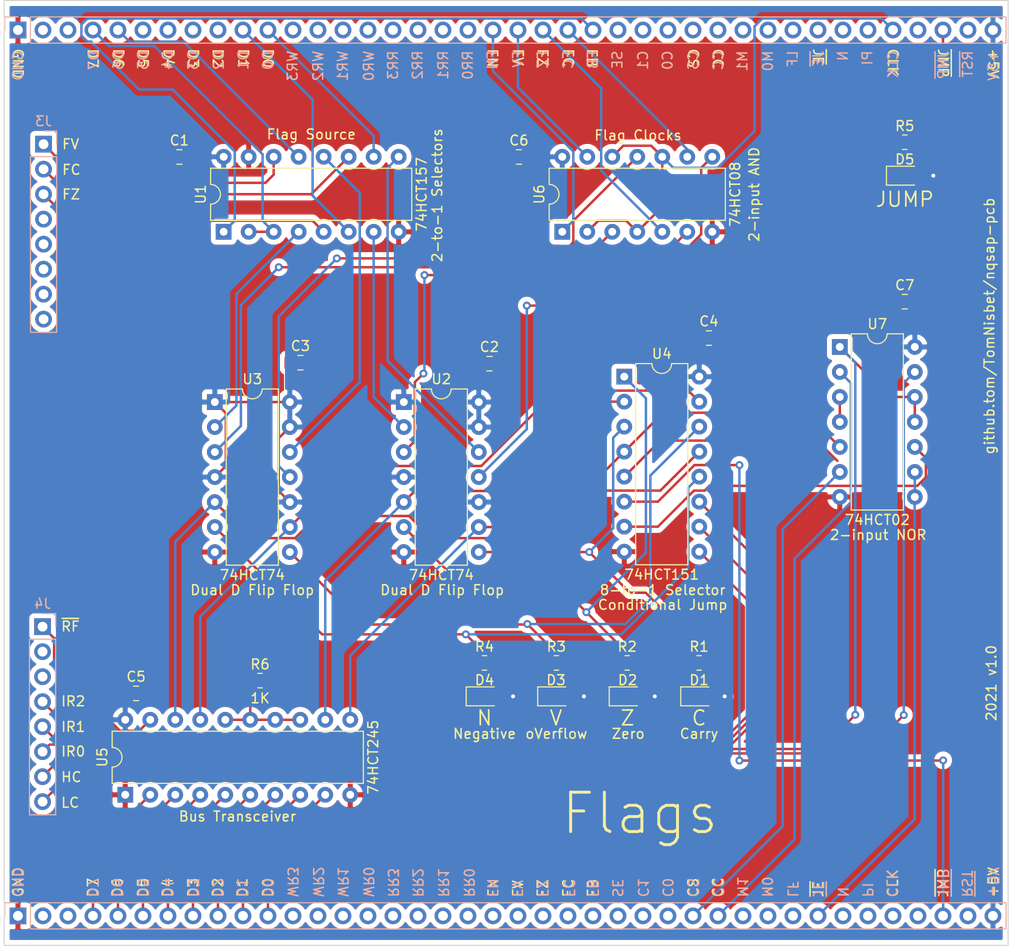
<source format=kicad_pcb>
(kicad_pcb (version 20171130) (host pcbnew "(5.1.9)-1")
  (title_block (title "NQSAP-PCB Flags and Jump Control") (date 2021-11-21) (rev 1.0) (company github.com/TomNisbet/nqsap-pcb))
  (layers (0 F.Cu signal hide) (31 B.Cu signal) (34 B.Paste user) (35 F.Paste user) (36 B.SilkS user hide) (37 F.SilkS user) (38 B.Mask user) (39 F.Mask user) (44 Edge.Cuts user))
  (net 0 "")
  (net 1 CLK)
  (net 2 N)
  (net 3 CC)
  (net 4 CS)
  (net 5 FB)
  (net 6 FC)
  (net 7 FZ)
  (net 8 FV)
  (net 9 FN)
  (net 10 D0)
  (net 11 D1)
  (net 12 D2)
  (net 13 D3)
  (net 14 D4)
  (net 15 D5)
  (net 16 D6)
  (net 17 D7)
  (net 18 GND)
  (net 19 "Net-(J3-Pad8)")
  (net 20 "Net-(J3-Pad7)")
  (net 21 "Net-(J3-Pad6)")
  (net 22 "Net-(J1-Pad37)")
  (net 23 "Net-(J1-Pad3)")
  (net 24 "Net-(J1-Pad2)")
  (net 25 "Net-(J2-Pad37)")
  (net 26 "Net-(J2-Pad3)")
  (net 27 "Net-(J2-Pad2)")
  (net 28 ~JMP)
  (net 29 JE)
  (net 30 VCC)
  (net 31 "Net-(U2-Pad11)")
  (net 32 "Net-(U2-Pad3)")
  (net 33 "Net-(U3-Pad11)")
  (net 34 "Net-(U3-Pad3)")
  (net 35 "Net-(U4-Pad7)")
  (net 36 "Net-(U4-Pad5)")
  (net 37 ~RF)
  (net 38 H-CIN)
  (net 39 "Net-(J1-Pad39)")
  (net 40 "Net-(J1-Pad35)")
  (net 41 "Net-(J1-Pad34)")
  (net 42 "Net-(J1-Pad31)")
  (net 43 "Net-(J1-Pad30)")
  (net 44 "Net-(J1-Pad25)")
  (net 45 "Net-(J1-Pad19)")
  (net 46 "Net-(J1-Pad18)")
  (net 47 "Net-(J1-Pad17)")
  (net 48 "Net-(J1-Pad16)")
  (net 49 "Net-(J1-Pad15)")
  (net 50 "Net-(J1-Pad14)")
  (net 51 "Net-(J1-Pad13)")
  (net 52 "Net-(J1-Pad12)")
  (net 53 "Net-(J2-Pad39)")
  (net 54 "Net-(J2-Pad35)")
  (net 55 "Net-(J2-Pad34)")
  (net 56 "Net-(J2-Pad31)")
  (net 57 "Net-(J2-Pad30)")
  (net 58 "Net-(J2-Pad25)")
  (net 59 "Net-(J2-Pad19)")
  (net 60 "Net-(J2-Pad18)")
  (net 61 "Net-(J2-Pad17)")
  (net 62 "Net-(J2-Pad16)")
  (net 63 "Net-(J2-Pad15)")
  (net 64 "Net-(J2-Pad14)")
  (net 65 "Net-(J2-Pad13)")
  (net 66 "Net-(J2-Pad12)")
  (net 67 "Net-(J1-Pad27)")
  (net 68 "Net-(J1-Pad26)")
  (net 69 "Net-(J1-Pad9)")
  (net 70 "Net-(J1-Pad8)")
  (net 71 "Net-(J1-Pad7)")
  (net 72 "Net-(J1-Pad6)")
  (net 73 "Net-(J2-Pad27)")
  (net 74 "Net-(J2-Pad26)")
  (net 75 ~C)
  (net 76 C)
  (net 77 Z)
  (net 78 ~Z)
  (net 79 ~V)
  (net 80 V)
  (net 81 ~N)
  (net 82 FC-IN)
  (net 83 FV-IN)
  (net 84 FZ-IN)
  (net 85 L-CIN)
  (net 86 /FZ-D)
  (net 87 /FV-D)
  (net 88 /FN-D)
  (net 89 /FC-D)
  (net 90 "Net-(J1-Pad32)")
  (net 91 "Net-(J1-Pad29)")
  (net 92 "Net-(J1-Pad28)")
  (net 93 "Net-(J2-Pad36)")
  (net 94 "Net-(J2-Pad32)")
  (net 95 "Net-(J2-Pad24)")
  (net 96 "Net-(J2-Pad23)")
  (net 97 "Net-(J2-Pad22)")
  (net 98 "Net-(J2-Pad21)")
  (net 99 "Net-(J2-Pad20)")
  (net 100 "Net-(D1-Pad1)")
  (net 101 "Net-(D2-Pad1)")
  (net 102 "Net-(D3-Pad1)")
  (net 103 "Net-(D4-Pad1)")
  (net 104 "Net-(D5-Pad1)")
  (net 105 "Net-(J4-Pad3)")
  (net 106 "Net-(J4-Pad2)")
  (net 107 "Net-(J3-Pad5)")
  (net 108 "Net-(J3-Pad4)")
  (net 109 "Net-(J1-Pad33)")
  (net 110 "Net-(U7-Pad3)")
  (net 111 IR-Q0)
  (net 112 IR-Q1)
  (net 113 IR-Q2)
  (net 114 "Net-(R6-Pad1)")
  (module Resistor_SMD:R_0805_2012Metric_Pad1.20x1.40mm_HandSolder (layer F.Cu) (at 176.5 57.4)
    (fp_text reference R5 (at 0 -1.65) (layer F.SilkS))
    (fp_text value R_RED)
    (pad 2 smd roundrect (at 1 0) (size 1.2 1.4) (layers F.Cu F.Paste F.Mask) (roundrect_rratio 0.2083325) (net 28 ~JMP))
    (pad 1 smd roundrect (at -1 0) (size 1.2 1.4) (layers F.Cu F.Paste F.Mask) (roundrect_rratio 0.2083325) (net 104 "Net-(D5-Pad1)"))
  )
  (module LED_SMD:LED_0805_2012Metric_Pad1.15x1.40mm_HandSolder (layer F.Cu) (at 176.5 60.8)
    (fp_text reference D5 (at 0 -1.65) (layer F.SilkS))
    (fp_text value JUMP (at 0 2.4) (layer F.SilkS) (effects (font (size 1.5 1.5) (thickness 0.17))))
    (pad 2 smd roundrect (at 1.025 0) (size 1.15 1.4) (layers F.Cu F.Paste F.Mask) (roundrect_rratio 0.2173904347826087) (net 30 VCC))
    (pad 1 smd roundrect (at -1.025 0) (size 1.15 1.4) (layers F.Cu F.Paste F.Mask) (roundrect_rratio 0.2173904347826087) (net 104 "Net-(D5-Pad1)"))
  )
  (module Capacitor_SMD:C_0805_2012Metric_Pad1.18x1.45mm_HandSolder (layer F.Cu) (at 98.4 113.4 180)
    (fp_text reference C5 (at 0 1.7) (layer F.SilkS))
    (fp_text value 0.1uF)
    (pad 2 smd roundrect (at 1.0375 0 180) (size 1.175 1.45) (layers F.Cu F.Paste F.Mask) (roundrect_rratio 0.2127659574468085) (net 30 VCC))
    (pad 1 smd roundrect (at -1.0375 0 180) (size 1.175 1.45) (layers F.Cu F.Paste F.Mask) (roundrect_rratio 0.2127659574468085) (net 18 GND))
  )
  (module Connector_PinHeader_2.54mm:PinHeader_1x08_P2.54mm_Vertical (layer B.Cu) (at 88.9 106.62 180)
    (fp_text reference J4 (at 0 2.33) (layer B.SilkS) (effects (justify mirror)))
    (fp_text value IC-TL)
    (pad 8 thru_hole oval (at 0 -17.78 180) (size 1.7 1.7) (drill 1) (layers *.Cu *.Mask) (net 85 L-CIN))
    (pad 7 thru_hole oval (at 0 -15.24 180) (size 1.7 1.7) (drill 1) (layers *.Cu *.Mask) (net 38 H-CIN))
    (pad 6 thru_hole oval (at 0 -12.7 180) (size 1.7 1.7) (drill 1) (layers *.Cu *.Mask) (net 111 IR-Q0))
    (pad 5 thru_hole oval (at 0 -10.16 180) (size 1.7 1.7) (drill 1) (layers *.Cu *.Mask) (net 112 IR-Q1))
    (pad 4 thru_hole oval (at 0 -7.62 180) (size 1.7 1.7) (drill 1) (layers *.Cu *.Mask) (net 113 IR-Q2))
    (pad 3 thru_hole oval (at 0 -5.08 180) (size 1.7 1.7) (drill 1) (layers *.Cu *.Mask) (net 105 "Net-(J4-Pad3)"))
    (pad 2 thru_hole oval (at 0 -2.54 180) (size 1.7 1.7) (drill 1) (layers *.Cu *.Mask) (net 106 "Net-(J4-Pad2)"))
    (pad 1 thru_hole rect (at 0 0 180) (size 1.7 1.7) (drill 1) (layers *.Cu *.Mask) (net 37 ~RF))
  )
  (module Connector_PinHeader_2.54mm:PinHeader_1x08_P2.54mm_Vertical (layer B.Cu) (at 89 57.6 180)
    (fp_text reference J3 (at 0 2.33) (layer B.SilkS) (effects (justify mirror)))
    (fp_text value IC-TL)
    (pad 8 thru_hole oval (at 0 -17.78 180) (size 1.7 1.7) (drill 1) (layers *.Cu *.Mask) (net 19 "Net-(J3-Pad8)"))
    (pad 7 thru_hole oval (at 0 -15.24 180) (size 1.7 1.7) (drill 1) (layers *.Cu *.Mask) (net 20 "Net-(J3-Pad7)"))
    (pad 6 thru_hole oval (at 0 -12.7 180) (size 1.7 1.7) (drill 1) (layers *.Cu *.Mask) (net 21 "Net-(J3-Pad6)"))
    (pad 5 thru_hole oval (at 0 -10.16 180) (size 1.7 1.7) (drill 1) (layers *.Cu *.Mask) (net 107 "Net-(J3-Pad5)"))
    (pad 4 thru_hole oval (at 0 -7.62 180) (size 1.7 1.7) (drill 1) (layers *.Cu *.Mask) (net 108 "Net-(J3-Pad4)"))
    (pad 3 thru_hole oval (at 0 -5.08 180) (size 1.7 1.7) (drill 1) (layers *.Cu *.Mask) (net 84 FZ-IN))
    (pad 2 thru_hole oval (at 0 -2.54 180) (size 1.7 1.7) (drill 1) (layers *.Cu *.Mask) (net 82 FC-IN))
    (pad 1 thru_hole rect (at 0 0 180) (size 1.7 1.7) (drill 1) (layers *.Cu *.Mask) (net 83 FV-IN))
  )
  (module Resistor_SMD:R_0805_2012Metric_Pad1.20x1.40mm_HandSolder (layer F.Cu) (at 133.8 110.3)
    (fp_text reference R4 (at 0 -1.65) (layer F.SilkS))
    (fp_text value R_YEL)
    (pad 2 smd roundrect (at 1 0) (size 1.2 1.4) (layers F.Cu F.Paste F.Mask) (roundrect_rratio 0.2083325) (net 81 ~N))
    (pad 1 smd roundrect (at -1 0) (size 1.2 1.4) (layers F.Cu F.Paste F.Mask) (roundrect_rratio 0.2083325) (net 103 "Net-(D4-Pad1)"))
  )
  (module Resistor_SMD:R_0805_2012Metric_Pad1.20x1.40mm_HandSolder (layer F.Cu) (at 141.1 110.3)
    (fp_text reference R3 (at 0 -1.65) (layer F.SilkS))
    (fp_text value R_YEL)
    (pad 2 smd roundrect (at 1 0) (size 1.2 1.4) (layers F.Cu F.Paste F.Mask) (roundrect_rratio 0.2083325) (net 79 ~V))
    (pad 1 smd roundrect (at -1 0) (size 1.2 1.4) (layers F.Cu F.Paste F.Mask) (roundrect_rratio 0.2083325) (net 102 "Net-(D3-Pad1)"))
  )
  (module Resistor_SMD:R_0805_2012Metric_Pad1.20x1.40mm_HandSolder (layer F.Cu) (at 148.3 110.3)
    (fp_text reference R2 (at 0 -1.65) (layer F.SilkS))
    (fp_text value R_YEL)
    (pad 2 smd roundrect (at 1 0) (size 1.2 1.4) (layers F.Cu F.Paste F.Mask) (roundrect_rratio 0.2083325) (net 78 ~Z))
    (pad 1 smd roundrect (at -1 0) (size 1.2 1.4) (layers F.Cu F.Paste F.Mask) (roundrect_rratio 0.2083325) (net 101 "Net-(D2-Pad1)"))
  )
  (module LED_SMD:LED_0805_2012Metric_Pad1.15x1.40mm_HandSolder (layer F.Cu) (at 133.8 113.7)
    (fp_text reference D4 (at 0 -1.65) (layer F.SilkS))
    (fp_text value N (at 0 2.2) (layer F.SilkS) (effects (font (size 1.5 1.5) (thickness 0.17))))
    (pad 2 smd roundrect (at 1.025 0) (size 1.15 1.4) (layers F.Cu F.Paste F.Mask) (roundrect_rratio 0.2173904347826087) (net 30 VCC))
    (pad 1 smd roundrect (at -1.025 0) (size 1.15 1.4) (layers F.Cu F.Paste F.Mask) (roundrect_rratio 0.2173904347826087) (net 103 "Net-(D4-Pad1)"))
  )
  (module LED_SMD:LED_0805_2012Metric_Pad1.15x1.40mm_HandSolder (layer F.Cu) (at 141.066666 113.7)
    (fp_text reference D3 (at 0 -1.65) (layer F.SilkS))
    (fp_text value V (at 0 2.2) (layer F.SilkS) (effects (font (size 1.5 1.5) (thickness 0.17))))
    (pad 2 smd roundrect (at 1.025 0) (size 1.15 1.4) (layers F.Cu F.Paste F.Mask) (roundrect_rratio 0.2173904347826087) (net 30 VCC))
    (pad 1 smd roundrect (at -1.025 0) (size 1.15 1.4) (layers F.Cu F.Paste F.Mask) (roundrect_rratio 0.2173904347826087) (net 102 "Net-(D3-Pad1)"))
  )
  (module LED_SMD:LED_0805_2012Metric_Pad1.15x1.40mm_HandSolder (layer F.Cu) (at 148.333332 113.7)
    (fp_text reference D2 (at 0 -1.65) (layer F.SilkS))
    (fp_text value Z (at 0 2.2) (layer F.SilkS) (effects (font (size 1.5 1.5) (thickness 0.17))))
    (pad 2 smd roundrect (at 1.025 0) (size 1.15 1.4) (layers F.Cu F.Paste F.Mask) (roundrect_rratio 0.2173904347826087) (net 30 VCC))
    (pad 1 smd roundrect (at -1.025 0) (size 1.15 1.4) (layers F.Cu F.Paste F.Mask) (roundrect_rratio 0.2173904347826087) (net 101 "Net-(D2-Pad1)"))
  )
  (module Resistor_SMD:R_0805_2012Metric_Pad1.20x1.40mm_HandSolder (layer F.Cu) (at 155.6 110.3)
    (fp_text reference R1 (at 0 -1.65) (layer F.SilkS))
    (fp_text value R_YEL)
    (pad 2 smd roundrect (at 1 0) (size 1.2 1.4) (layers F.Cu F.Paste F.Mask) (roundrect_rratio 0.2083325) (net 75 ~C))
    (pad 1 smd roundrect (at -1 0) (size 1.2 1.4) (layers F.Cu F.Paste F.Mask) (roundrect_rratio 0.2083325) (net 100 "Net-(D1-Pad1)"))
  )
  (module LED_SMD:LED_0805_2012Metric_Pad1.15x1.40mm_HandSolder (layer F.Cu) (at 155.6 113.7)
    (fp_text reference D1 (at 0 -1.65) (layer F.SilkS))
    (fp_text value C (at 0 2.2) (layer F.SilkS) (effects (font (size 1.5 1.5) (thickness 0.17))))
    (pad 2 smd roundrect (at 1.025 0) (size 1.15 1.4) (layers F.Cu F.Paste F.Mask) (roundrect_rratio 0.2173904347826087) (net 30 VCC))
    (pad 1 smd roundrect (at -1.025 0) (size 1.15 1.4) (layers F.Cu F.Paste F.Mask) (roundrect_rratio 0.2173904347826087) (net 100 "Net-(D1-Pad1)"))
  )
  (module Capacitor_SMD:C_0805_2012Metric_Pad1.18x1.45mm_HandSolder (layer F.Cu) (at 176.5 73.6)
    (fp_text reference C7 (at 0 -1.68) (layer F.SilkS))
    (fp_text value 0.1uF)
    (pad 2 smd roundrect (at 1.0375 0) (size 1.175 1.45) (layers F.Cu F.Paste F.Mask) (roundrect_rratio 0.2127659574468085) (net 30 VCC))
    (pad 1 smd roundrect (at -1.0375 0) (size 1.175 1.45) (layers F.Cu F.Paste F.Mask) (roundrect_rratio 0.2127659574468085) (net 18 GND))
  )
  (module Capacitor_SMD:C_0805_2012Metric_Pad1.18x1.45mm_HandSolder (layer F.Cu) (at 137.3 58.9)
    (fp_text reference C6 (at 0 -1.68) (layer F.SilkS))
    (fp_text value 0.1uF)
    (pad 2 smd roundrect (at 1.0375 0) (size 1.175 1.45) (layers F.Cu F.Paste F.Mask) (roundrect_rratio 0.2127659574468085) (net 30 VCC))
    (pad 1 smd roundrect (at -1.0375 0) (size 1.175 1.45) (layers F.Cu F.Paste F.Mask) (roundrect_rratio 0.2127659574468085) (net 18 GND))
  )
  (module Capacitor_SMD:C_0805_2012Metric_Pad1.18x1.45mm_HandSolder (layer F.Cu) (at 156.6 77.3 180)
    (fp_text reference C4 (at 0 1.7) (layer F.SilkS))
    (fp_text value 0.1uF)
    (pad 2 smd roundrect (at 1.0375 0 180) (size 1.175 1.45) (layers F.Cu F.Paste F.Mask) (roundrect_rratio 0.2127659574468085) (net 30 VCC))
    (pad 1 smd roundrect (at -1.0375 0 180) (size 1.175 1.45) (layers F.Cu F.Paste F.Mask) (roundrect_rratio 0.2127659574468085) (net 18 GND))
  )
  (module Package_DIP:DIP-14_W7.62mm (layer F.Cu) (at 169.9 78.2)
    (fp_text reference U7 (at 3.81 -2.33) (layer F.SilkS))
    (fp_text value 74HCT02 (at 3.81 17.57) (layer F.SilkS))
    (fp_text user "2-input NOR" (at 3.9 19.1) (layer F.SilkS))
    (pad 14 thru_hole oval (at 7.62 0) (size 1.6 1.6) (drill 0.8) (layers *.Cu *.Mask) (net 30 VCC))
    (pad 7 thru_hole oval (at 0 15.24) (size 1.6 1.6) (drill 0.8) (layers *.Cu *.Mask) (net 18 GND))
    (pad 13 thru_hole oval (at 7.62 2.54) (size 1.6 1.6) (drill 0.8) (layers *.Cu *.Mask) (net 85 L-CIN))
    (pad 6 thru_hole oval (at 0 12.7) (size 1.6 1.6) (drill 0.8) (layers *.Cu *.Mask) (net 4 CS))
    (pad 12 thru_hole oval (at 7.62 5.08) (size 1.6 1.6) (drill 0.8) (layers *.Cu *.Mask) (net 38 H-CIN))
    (pad 5 thru_hole oval (at 0 10.16) (size 1.6 1.6) (drill 0.8) (layers *.Cu *.Mask) (net 76 C))
    (pad 11 thru_hole oval (at 7.62 7.62) (size 1.6 1.6) (drill 0.8) (layers *.Cu *.Mask) (net 38 H-CIN))
    (pad 4 thru_hole oval (at 0 7.62) (size 1.6 1.6) (drill 0.8) (layers *.Cu *.Mask) (net 110 "Net-(U7-Pad3)"))
    (pad 10 thru_hole oval (at 7.62 10.16) (size 1.6 1.6) (drill 0.8) (layers *.Cu *.Mask) (net 35 "Net-(U4-Pad7)"))
    (pad 3 thru_hole oval (at 0 5.08) (size 1.6 1.6) (drill 0.8) (layers *.Cu *.Mask) (net 110 "Net-(U7-Pad3)"))
    (pad 9 thru_hole oval (at 7.62 12.7) (size 1.6 1.6) (drill 0.8) (layers *.Cu *.Mask) (net 29 JE))
    (pad 2 thru_hole oval (at 0 2.54) (size 1.6 1.6) (drill 0.8) (layers *.Cu *.Mask) (net 3 CC))
    (pad 8 thru_hole oval (at 7.62 15.24) (size 1.6 1.6) (drill 0.8) (layers *.Cu *.Mask) (net 29 JE))
    (pad 1 thru_hole rect (at 0 0) (size 1.6 1.6) (drill 0.8) (layers *.Cu *.Mask) (net 38 H-CIN))
  )
  (module Package_DIP:DIP-14_W7.62mm (layer F.Cu) (at 141.7 66.5 90)
    (fp_text reference U6 (at 3.81 -2.33 90) (layer F.SilkS))
    (fp_text value 74HCT08 (at 3.81 17.57 90) (layer F.SilkS))
    (fp_text user "2-input AND" (at 3.8 19.5 90) (layer F.SilkS))
    (fp_text user "Flag Clocks" (at 9.8 7.7 180) (layer F.SilkS))
    (pad 14 thru_hole oval (at 7.62 0 90) (size 1.6 1.6) (drill 0.8) (layers *.Cu *.Mask) (net 30 VCC))
    (pad 7 thru_hole oval (at 0 15.24 90) (size 1.6 1.6) (drill 0.8) (layers *.Cu *.Mask) (net 18 GND))
    (pad 13 thru_hole oval (at 7.62 2.54 90) (size 1.6 1.6) (drill 0.8) (layers *.Cu *.Mask) (net 8 FV))
    (pad 6 thru_hole oval (at 0 12.7 90) (size 1.6 1.6) (drill 0.8) (layers *.Cu *.Mask) (net 32 "Net-(U2-Pad3)"))
    (pad 12 thru_hole oval (at 7.62 5.08 90) (size 1.6 1.6) (drill 0.8) (layers *.Cu *.Mask) (net 1 CLK))
    (pad 5 thru_hole oval (at 0 10.16 90) (size 1.6 1.6) (drill 0.8) (layers *.Cu *.Mask) (net 7 FZ))
    (pad 11 thru_hole oval (at 7.62 7.62 90) (size 1.6 1.6) (drill 0.8) (layers *.Cu *.Mask) (net 33 "Net-(U3-Pad11)"))
    (pad 4 thru_hole oval (at 0 7.62 90) (size 1.6 1.6) (drill 0.8) (layers *.Cu *.Mask) (net 1 CLK))
    (pad 10 thru_hole oval (at 7.62 10.16 90) (size 1.6 1.6) (drill 0.8) (layers *.Cu *.Mask) (net 1 CLK))
    (pad 3 thru_hole oval (at 0 5.08 90) (size 1.6 1.6) (drill 0.8) (layers *.Cu *.Mask) (net 34 "Net-(U3-Pad3)"))
    (pad 9 thru_hole oval (at 7.62 12.7 90) (size 1.6 1.6) (drill 0.8) (layers *.Cu *.Mask) (net 6 FC))
    (pad 2 thru_hole oval (at 0 2.54 90) (size 1.6 1.6) (drill 0.8) (layers *.Cu *.Mask) (net 1 CLK))
    (pad 8 thru_hole oval (at 7.62 15.24 90) (size 1.6 1.6) (drill 0.8) (layers *.Cu *.Mask) (net 31 "Net-(U2-Pad11)"))
    (pad 1 thru_hole rect (at 0 0 90) (size 1.6 1.6) (drill 0.8) (layers *.Cu *.Mask) (net 9 FN))
  )
  (module Package_DIP:DIP-20_W7.62mm (layer F.Cu) (at 97.3 123.7 90)
    (fp_text reference U5 (at 3.81 -2.33 90) (layer F.SilkS))
    (fp_text value 74HCT245 (at 3.81 25.19 90) (layer F.SilkS))
    (fp_text user "Bus Transceiver" (at -2.2 11.4 180) (layer F.SilkS))
    (pad 20 thru_hole oval (at 7.62 0 90) (size 1.6 1.6) (drill 0.8) (layers *.Cu *.Mask) (net 30 VCC))
    (pad 10 thru_hole oval (at 0 22.86 90) (size 1.6 1.6) (drill 0.8) (layers *.Cu *.Mask) (net 18 GND))
    (pad 19 thru_hole oval (at 7.62 2.54 90) (size 1.6 1.6) (drill 0.8) (layers *.Cu *.Mask) (net 37 ~RF))
    (pad 9 thru_hole oval (at 0 20.32 90) (size 1.6 1.6) (drill 0.8) (layers *.Cu *.Mask) (net 10 D0))
    (pad 18 thru_hole oval (at 7.62 5.08 90) (size 1.6 1.6) (drill 0.8) (layers *.Cu *.Mask) (net 2 N))
    (pad 8 thru_hole oval (at 0 17.78 90) (size 1.6 1.6) (drill 0.8) (layers *.Cu *.Mask) (net 11 D1))
    (pad 17 thru_hole oval (at 7.62 7.62 90) (size 1.6 1.6) (drill 0.8) (layers *.Cu *.Mask) (net 80 V))
    (pad 7 thru_hole oval (at 0 15.24 90) (size 1.6 1.6) (drill 0.8) (layers *.Cu *.Mask) (net 12 D2))
    (pad 16 thru_hole oval (at 7.62 10.16 90) (size 1.6 1.6) (drill 0.8) (layers *.Cu *.Mask) (net 114 "Net-(R6-Pad1)"))
    (pad 6 thru_hole oval (at 0 12.7 90) (size 1.6 1.6) (drill 0.8) (layers *.Cu *.Mask) (net 13 D3))
    (pad 15 thru_hole oval (at 7.62 12.7 90) (size 1.6 1.6) (drill 0.8) (layers *.Cu *.Mask) (net 114 "Net-(R6-Pad1)"))
    (pad 5 thru_hole oval (at 0 10.16 90) (size 1.6 1.6) (drill 0.8) (layers *.Cu *.Mask) (net 14 D4))
    (pad 14 thru_hole oval (at 7.62 15.24 90) (size 1.6 1.6) (drill 0.8) (layers *.Cu *.Mask) (net 114 "Net-(R6-Pad1)"))
    (pad 4 thru_hole oval (at 0 7.62 90) (size 1.6 1.6) (drill 0.8) (layers *.Cu *.Mask) (net 15 D5))
    (pad 13 thru_hole oval (at 7.62 17.78 90) (size 1.6 1.6) (drill 0.8) (layers *.Cu *.Mask) (net 114 "Net-(R6-Pad1)"))
    (pad 3 thru_hole oval (at 0 5.08 90) (size 1.6 1.6) (drill 0.8) (layers *.Cu *.Mask) (net 16 D6))
    (pad 12 thru_hole oval (at 7.62 20.32 90) (size 1.6 1.6) (drill 0.8) (layers *.Cu *.Mask) (net 77 Z))
    (pad 2 thru_hole oval (at 0 2.54 90) (size 1.6 1.6) (drill 0.8) (layers *.Cu *.Mask) (net 17 D7))
    (pad 11 thru_hole oval (at 7.62 22.86 90) (size 1.6 1.6) (drill 0.8) (layers *.Cu *.Mask) (net 76 C))
    (pad 1 thru_hole rect (at 0 0 90) (size 1.6 1.6) (drill 0.8) (layers *.Cu *.Mask) (net 18 GND))
  )
  (module Package_DIP:DIP-16_W7.62mm (layer F.Cu) (at 148 81.22)
    (fp_text reference U4 (at 3.81 -2.33) (layer F.SilkS))
    (fp_text value 74HCT151 (at 3.81 20.11) (layer F.SilkS))
    (fp_text user "8-to-1 Selector" (at 3.9 21.68) (layer F.SilkS))
    (fp_text user "Conditional Jump" (at 3.9 23.18) (layer F.SilkS))
    (pad 16 thru_hole oval (at 7.62 0) (size 1.6 1.6) (drill 0.8) (layers *.Cu *.Mask) (net 30 VCC))
    (pad 8 thru_hole oval (at 0 17.78) (size 1.6 1.6) (drill 0.8) (layers *.Cu *.Mask) (net 18 GND))
    (pad 15 thru_hole oval (at 7.62 2.54) (size 1.6 1.6) (drill 0.8) (layers *.Cu *.Mask) (net 80 V))
    (pad 7 thru_hole oval (at 0 15.24) (size 1.6 1.6) (drill 0.8) (layers *.Cu *.Mask) (net 35 "Net-(U4-Pad7)"))
    (pad 14 thru_hole oval (at 7.62 5.08) (size 1.6 1.6) (drill 0.8) (layers *.Cu *.Mask) (net 79 ~V))
    (pad 6 thru_hole oval (at 0 12.7) (size 1.6 1.6) (drill 0.8) (layers *.Cu *.Mask) (net 28 ~JMP))
    (pad 13 thru_hole oval (at 7.62 7.62) (size 1.6 1.6) (drill 0.8) (layers *.Cu *.Mask) (net 2 N))
    (pad 5 thru_hole oval (at 0 10.16) (size 1.6 1.6) (drill 0.8) (layers *.Cu *.Mask) (net 36 "Net-(U4-Pad5)"))
    (pad 12 thru_hole oval (at 7.62 10.16) (size 1.6 1.6) (drill 0.8) (layers *.Cu *.Mask) (net 81 ~N))
    (pad 4 thru_hole oval (at 0 7.62) (size 1.6 1.6) (drill 0.8) (layers *.Cu *.Mask) (net 76 C))
    (pad 11 thru_hole oval (at 7.62 12.7) (size 1.6 1.6) (drill 0.8) (layers *.Cu *.Mask) (net 111 IR-Q0))
    (pad 3 thru_hole oval (at 0 5.08) (size 1.6 1.6) (drill 0.8) (layers *.Cu *.Mask) (net 75 ~C))
    (pad 10 thru_hole oval (at 7.62 15.24) (size 1.6 1.6) (drill 0.8) (layers *.Cu *.Mask) (net 112 IR-Q1))
    (pad 2 thru_hole oval (at 0 2.54) (size 1.6 1.6) (drill 0.8) (layers *.Cu *.Mask) (net 77 Z))
    (pad 9 thru_hole oval (at 7.62 17.78) (size 1.6 1.6) (drill 0.8) (layers *.Cu *.Mask) (net 113 IR-Q2))
    (pad 1 thru_hole rect (at 0 0) (size 1.6 1.6) (drill 0.8) (layers *.Cu *.Mask) (net 78 ~Z))
  )
  (module Package_DIP:DIP-14_W7.62mm (layer F.Cu) (at 106.4 83.8)
    (fp_text reference U3 (at 3.81 -2.33) (layer F.SilkS))
    (fp_text value 74HCT74 (at 3.81 17.57) (layer F.SilkS))
    (fp_text user "Dual D Flip Flop" (at 3.8 19.1) (layer F.SilkS))
    (pad 14 thru_hole oval (at 7.62 0) (size 1.6 1.6) (drill 0.8) (layers *.Cu *.Mask) (net 30 VCC))
    (pad 7 thru_hole oval (at 0 15.24) (size 1.6 1.6) (drill 0.8) (layers *.Cu *.Mask) (net 18 GND))
    (pad 13 thru_hole oval (at 7.62 2.54) (size 1.6 1.6) (drill 0.8) (layers *.Cu *.Mask) (net 30 VCC))
    (pad 6 thru_hole oval (at 0 12.7) (size 1.6 1.6) (drill 0.8) (layers *.Cu *.Mask) (net 81 ~N))
    (pad 12 thru_hole oval (at 7.62 5.08) (size 1.6 1.6) (drill 0.8) (layers *.Cu *.Mask) (net 87 /FV-D))
    (pad 5 thru_hole oval (at 0 10.16) (size 1.6 1.6) (drill 0.8) (layers *.Cu *.Mask) (net 2 N))
    (pad 11 thru_hole oval (at 7.62 7.62) (size 1.6 1.6) (drill 0.8) (layers *.Cu *.Mask) (net 33 "Net-(U3-Pad11)"))
    (pad 4 thru_hole oval (at 0 7.62) (size 1.6 1.6) (drill 0.8) (layers *.Cu *.Mask) (net 30 VCC))
    (pad 10 thru_hole oval (at 7.62 10.16) (size 1.6 1.6) (drill 0.8) (layers *.Cu *.Mask) (net 30 VCC))
    (pad 3 thru_hole oval (at 0 5.08) (size 1.6 1.6) (drill 0.8) (layers *.Cu *.Mask) (net 34 "Net-(U3-Pad3)"))
    (pad 9 thru_hole oval (at 7.62 12.7) (size 1.6 1.6) (drill 0.8) (layers *.Cu *.Mask) (net 80 V))
    (pad 2 thru_hole oval (at 0 2.54) (size 1.6 1.6) (drill 0.8) (layers *.Cu *.Mask) (net 88 /FN-D))
    (pad 8 thru_hole oval (at 7.62 15.24) (size 1.6 1.6) (drill 0.8) (layers *.Cu *.Mask) (net 79 ~V))
    (pad 1 thru_hole rect (at 0 0) (size 1.6 1.6) (drill 0.8) (layers *.Cu *.Mask) (net 30 VCC))
  )
  (module Package_DIP:DIP-14_W7.62mm (layer F.Cu) (at 125.6 83.8)
    (fp_text reference U2 (at 3.81 -2.33) (layer F.SilkS))
    (fp_text value 74HCT74 (at 3.81 17.57) (layer F.SilkS))
    (fp_text user "Dual D Flip Flop" (at 3.9 19.1) (layer F.SilkS))
    (pad 14 thru_hole oval (at 7.62 0) (size 1.6 1.6) (drill 0.8) (layers *.Cu *.Mask) (net 30 VCC))
    (pad 7 thru_hole oval (at 0 15.24) (size 1.6 1.6) (drill 0.8) (layers *.Cu *.Mask) (net 18 GND))
    (pad 13 thru_hole oval (at 7.62 2.54) (size 1.6 1.6) (drill 0.8) (layers *.Cu *.Mask) (net 30 VCC))
    (pad 6 thru_hole oval (at 0 12.7) (size 1.6 1.6) (drill 0.8) (layers *.Cu *.Mask) (net 78 ~Z))
    (pad 12 thru_hole oval (at 7.62 5.08) (size 1.6 1.6) (drill 0.8) (layers *.Cu *.Mask) (net 89 /FC-D))
    (pad 5 thru_hole oval (at 0 10.16) (size 1.6 1.6) (drill 0.8) (layers *.Cu *.Mask) (net 77 Z))
    (pad 11 thru_hole oval (at 7.62 7.62) (size 1.6 1.6) (drill 0.8) (layers *.Cu *.Mask) (net 31 "Net-(U2-Pad11)"))
    (pad 4 thru_hole oval (at 0 7.62) (size 1.6 1.6) (drill 0.8) (layers *.Cu *.Mask) (net 30 VCC))
    (pad 10 thru_hole oval (at 7.62 10.16) (size 1.6 1.6) (drill 0.8) (layers *.Cu *.Mask) (net 30 VCC))
    (pad 3 thru_hole oval (at 0 5.08) (size 1.6 1.6) (drill 0.8) (layers *.Cu *.Mask) (net 32 "Net-(U2-Pad3)"))
    (pad 9 thru_hole oval (at 7.62 12.7) (size 1.6 1.6) (drill 0.8) (layers *.Cu *.Mask) (net 76 C))
    (pad 2 thru_hole oval (at 0 2.54) (size 1.6 1.6) (drill 0.8) (layers *.Cu *.Mask) (net 86 /FZ-D))
    (pad 8 thru_hole oval (at 7.62 15.24) (size 1.6 1.6) (drill 0.8) (layers *.Cu *.Mask) (net 75 ~C))
    (pad 1 thru_hole rect (at 0 0) (size 1.6 1.6) (drill 0.8) (layers *.Cu *.Mask) (net 30 VCC))
  )
  (module Package_DIP:DIP-16_W7.62mm (layer F.Cu) (at 107.3 66.5 90)
    (fp_text reference U1 (at 3.81 -2.33 90) (layer F.SilkS))
    (fp_text value 74HCT157 (at 3.81 20.11 90) (layer F.SilkS))
    (fp_text user "2-to-1 Selectors" (at 3.7 21.7 90) (layer F.SilkS))
    (fp_text user "Flag Source" (at 9.9 8.9 180) (layer F.SilkS))
    (pad 16 thru_hole oval (at 7.62 0 90) (size 1.6 1.6) (drill 0.8) (layers *.Cu *.Mask) (net 30 VCC))
    (pad 8 thru_hole oval (at 0 17.78 90) (size 1.6 1.6) (drill 0.8) (layers *.Cu *.Mask) (net 18 GND))
    (pad 15 thru_hole oval (at 7.62 2.54 90) (size 1.6 1.6) (drill 0.8) (layers *.Cu *.Mask) (net 18 GND))
    (pad 7 thru_hole oval (at 0 15.24 90) (size 1.6 1.6) (drill 0.8) (layers *.Cu *.Mask) (net 86 /FZ-D))
    (pad 14 thru_hole oval (at 7.62 5.08 90) (size 1.6 1.6) (drill 0.8) (layers *.Cu *.Mask) (net 83 FV-IN))
    (pad 6 thru_hole oval (at 0 12.7 90) (size 1.6 1.6) (drill 0.8) (layers *.Cu *.Mask) (net 11 D1))
    (pad 13 thru_hole oval (at 7.62 7.62 90) (size 1.6 1.6) (drill 0.8) (layers *.Cu *.Mask) (net 16 D6))
    (pad 5 thru_hole oval (at 0 10.16 90) (size 1.6 1.6) (drill 0.8) (layers *.Cu *.Mask) (net 84 FZ-IN))
    (pad 12 thru_hole oval (at 7.62 10.16 90) (size 1.6 1.6) (drill 0.8) (layers *.Cu *.Mask) (net 87 /FV-D))
    (pad 4 thru_hole oval (at 0 7.62 90) (size 1.6 1.6) (drill 0.8) (layers *.Cu *.Mask) (net 88 /FN-D))
    (pad 11 thru_hole oval (at 7.62 12.7 90) (size 1.6 1.6) (drill 0.8) (layers *.Cu *.Mask) (net 82 FC-IN))
    (pad 3 thru_hole oval (at 0 5.08 90) (size 1.6 1.6) (drill 0.8) (layers *.Cu *.Mask) (net 17 D7))
    (pad 10 thru_hole oval (at 7.62 15.24 90) (size 1.6 1.6) (drill 0.8) (layers *.Cu *.Mask) (net 10 D0))
    (pad 2 thru_hole oval (at 0 2.54 90) (size 1.6 1.6) (drill 0.8) (layers *.Cu *.Mask) (net 17 D7))
    (pad 9 thru_hole oval (at 7.62 17.78 90) (size 1.6 1.6) (drill 0.8) (layers *.Cu *.Mask) (net 89 /FC-D))
    (pad 1 thru_hole rect (at 0 0 90) (size 1.6 1.6) (drill 0.8) (layers *.Cu *.Mask) (net 5 FB))
  )
  (module Resistor_SMD:R_0805_2012Metric_Pad1.20x1.40mm_HandSolder (layer F.Cu) (at 111 112.1)
    (fp_text reference R6 (at 0 -1.65) (layer F.SilkS))
    (fp_text value 1K (at 0 1.8) (layer F.SilkS))
    (pad 2 smd roundrect (at 1 0) (size 1.2 1.4) (layers F.Cu F.Paste F.Mask) (roundrect_rratio 0.2083325) (net 18 GND))
    (pad 1 smd roundrect (at -1 0) (size 1.2 1.4) (layers F.Cu F.Paste F.Mask) (roundrect_rratio 0.2083325) (net 114 "Net-(R6-Pad1)"))
  )
  (module Capacitor_SMD:C_0805_2012Metric_Pad1.18x1.45mm_HandSolder (layer F.Cu) (at 115.1 79.8 180)
    (fp_text reference C3 (at 0 1.7) (layer F.SilkS))
    (fp_text value 0.1uF)
    (pad 2 smd roundrect (at 1.0375 0 180) (size 1.175 1.45) (layers F.Cu F.Paste F.Mask) (roundrect_rratio 0.2127659574468085) (net 30 VCC))
    (pad 1 smd roundrect (at -1.0375 0 180) (size 1.175 1.45) (layers F.Cu F.Paste F.Mask) (roundrect_rratio 0.2127659574468085) (net 18 GND))
  )
  (module Capacitor_SMD:C_0805_2012Metric_Pad1.18x1.45mm_HandSolder (layer F.Cu) (at 134.3 79.9 180)
    (fp_text reference C2 (at 0 1.7) (layer F.SilkS))
    (fp_text value 0.1uF)
    (pad 2 smd roundrect (at 1.0375 0 180) (size 1.175 1.45) (layers F.Cu F.Paste F.Mask) (roundrect_rratio 0.2127659574468085) (net 30 VCC))
    (pad 1 smd roundrect (at -1.0375 0 180) (size 1.175 1.45) (layers F.Cu F.Paste F.Mask) (roundrect_rratio 0.2127659574468085) (net 18 GND))
  )
  (module Capacitor_SMD:C_0805_2012Metric_Pad1.18x1.45mm_HandSolder (layer F.Cu) (at 102.8 58.9)
    (fp_text reference C1 (at 0 -1.68) (layer F.SilkS))
    (fp_text value 0.1uF)
    (pad 2 smd roundrect (at 1.0375 0) (size 1.175 1.45) (layers F.Cu F.Paste F.Mask) (roundrect_rratio 0.2127659574468085) (net 30 VCC))
    (pad 1 smd roundrect (at -1.0375 0) (size 1.175 1.45) (layers F.Cu F.Paste F.Mask) (roundrect_rratio 0.2127659574468085) (net 18 GND))
  )
  (module Connector_PinHeader_2.54mm:PinHeader_1x40_P2.54mm_Vertical (layer B.Cu) (at 86.4 136 270)
    (fp_text reference J2 (at 0 2.33 270) (layer B.SilkS) (effects (justify mirror)))
    (fp_text value Bus)
    (pad 40 thru_hole oval (at 0 -99.06 270) (size 1.7 1.7) (drill 1) (layers *.Cu *.Mask) (net 30 VCC))
    (pad 39 thru_hole oval (at 0 -96.52 270) (size 1.7 1.7) (drill 1) (layers *.Cu *.Mask) (net 53 "Net-(J2-Pad39)"))
    (pad 38 thru_hole oval (at 0 -93.98 270) (size 1.7 1.7) (drill 1) (layers *.Cu *.Mask) (net 28 ~JMP))
    (pad 37 thru_hole oval (at 0 -91.44 270) (size 1.7 1.7) (drill 1) (layers *.Cu *.Mask) (net 25 "Net-(J2-Pad37)"))
    (pad 36 thru_hole oval (at 0 -88.9 270) (size 1.7 1.7) (drill 1) (layers *.Cu *.Mask) (net 93 "Net-(J2-Pad36)"))
    (pad 35 thru_hole oval (at 0 -86.36 270) (size 1.7 1.7) (drill 1) (layers *.Cu *.Mask) (net 54 "Net-(J2-Pad35)"))
    (pad 34 thru_hole oval (at 0 -83.82 270) (size 1.7 1.7) (drill 1) (layers *.Cu *.Mask) (net 55 "Net-(J2-Pad34)"))
    (pad 33 thru_hole oval (at 0 -81.28 270) (size 1.7 1.7) (drill 1) (layers *.Cu *.Mask) (net 29 JE))
    (pad 32 thru_hole oval (at 0 -78.74 270) (size 1.7 1.7) (drill 1) (layers *.Cu *.Mask) (net 94 "Net-(J2-Pad32)"))
    (pad 31 thru_hole oval (at 0 -76.2 270) (size 1.7 1.7) (drill 1) (layers *.Cu *.Mask) (net 56 "Net-(J2-Pad31)"))
    (pad 30 thru_hole oval (at 0 -73.66 270) (size 1.7 1.7) (drill 1) (layers *.Cu *.Mask) (net 57 "Net-(J2-Pad30)"))
    (pad 29 thru_hole oval (at 0 -71.12 270) (size 1.7 1.7) (drill 1) (layers *.Cu *.Mask) (net 3 CC))
    (pad 28 thru_hole oval (at 0 -68.58 270) (size 1.7 1.7) (drill 1) (layers *.Cu *.Mask) (net 4 CS))
    (pad 27 thru_hole oval (at 0 -66.04 270) (size 1.7 1.7) (drill 1) (layers *.Cu *.Mask) (net 73 "Net-(J2-Pad27)"))
    (pad 26 thru_hole oval (at 0 -63.5 270) (size 1.7 1.7) (drill 1) (layers *.Cu *.Mask) (net 74 "Net-(J2-Pad26)"))
    (pad 25 thru_hole oval (at 0 -60.96 270) (size 1.7 1.7) (drill 1) (layers *.Cu *.Mask) (net 58 "Net-(J2-Pad25)"))
    (pad 24 thru_hole oval (at 0 -58.42 270) (size 1.7 1.7) (drill 1) (layers *.Cu *.Mask) (net 95 "Net-(J2-Pad24)"))
    (pad 23 thru_hole oval (at 0 -55.88 270) (size 1.7 1.7) (drill 1) (layers *.Cu *.Mask) (net 96 "Net-(J2-Pad23)"))
    (pad 22 thru_hole oval (at 0 -53.34 270) (size 1.7 1.7) (drill 1) (layers *.Cu *.Mask) (net 97 "Net-(J2-Pad22)"))
    (pad 21 thru_hole oval (at 0 -50.8 270) (size 1.7 1.7) (drill 1) (layers *.Cu *.Mask) (net 98 "Net-(J2-Pad21)"))
    (pad 20 thru_hole oval (at 0 -48.26 270) (size 1.7 1.7) (drill 1) (layers *.Cu *.Mask) (net 99 "Net-(J2-Pad20)"))
    (pad 19 thru_hole oval (at 0 -45.72 270) (size 1.7 1.7) (drill 1) (layers *.Cu *.Mask) (net 59 "Net-(J2-Pad19)"))
    (pad 18 thru_hole oval (at 0 -43.18 270) (size 1.7 1.7) (drill 1) (layers *.Cu *.Mask) (net 60 "Net-(J2-Pad18)"))
    (pad 17 thru_hole oval (at 0 -40.64 270) (size 1.7 1.7) (drill 1) (layers *.Cu *.Mask) (net 61 "Net-(J2-Pad17)"))
    (pad 16 thru_hole oval (at 0 -38.1 270) (size 1.7 1.7) (drill 1) (layers *.Cu *.Mask) (net 62 "Net-(J2-Pad16)"))
    (pad 15 thru_hole oval (at 0 -35.56 270) (size 1.7 1.7) (drill 1) (layers *.Cu *.Mask) (net 63 "Net-(J2-Pad15)"))
    (pad 14 thru_hole oval (at 0 -33.02 270) (size 1.7 1.7) (drill 1) (layers *.Cu *.Mask) (net 64 "Net-(J2-Pad14)"))
    (pad 13 thru_hole oval (at 0 -30.48 270) (size 1.7 1.7) (drill 1) (layers *.Cu *.Mask) (net 65 "Net-(J2-Pad13)"))
    (pad 12 thru_hole oval (at 0 -27.94 270) (size 1.7 1.7) (drill 1) (layers *.Cu *.Mask) (net 66 "Net-(J2-Pad12)"))
    (pad 11 thru_hole oval (at 0 -25.4 270) (size 1.7 1.7) (drill 1) (layers *.Cu *.Mask) (net 10 D0))
    (pad 10 thru_hole oval (at 0 -22.86 270) (size 1.7 1.7) (drill 1) (layers *.Cu *.Mask) (net 11 D1))
    (pad 9 thru_hole oval (at 0 -20.32 270) (size 1.7 1.7) (drill 1) (layers *.Cu *.Mask) (net 12 D2))
    (pad 8 thru_hole oval (at 0 -17.78 270) (size 1.7 1.7) (drill 1) (layers *.Cu *.Mask) (net 13 D3))
    (pad 7 thru_hole oval (at 0 -15.24 270) (size 1.7 1.7) (drill 1) (layers *.Cu *.Mask) (net 14 D4))
    (pad 6 thru_hole oval (at 0 -12.7 270) (size 1.7 1.7) (drill 1) (layers *.Cu *.Mask) (net 15 D5))
    (pad 5 thru_hole oval (at 0 -10.16 270) (size 1.7 1.7) (drill 1) (layers *.Cu *.Mask) (net 16 D6))
    (pad 4 thru_hole oval (at 0 -7.62 270) (size 1.7 1.7) (drill 1) (layers *.Cu *.Mask) (net 17 D7))
    (pad 3 thru_hole oval (at 0 -5.08 270) (size 1.7 1.7) (drill 1) (layers *.Cu *.Mask) (net 26 "Net-(J2-Pad3)"))
    (pad 2 thru_hole oval (at 0 -2.54 270) (size 1.7 1.7) (drill 1) (layers *.Cu *.Mask) (net 27 "Net-(J2-Pad2)"))
    (pad 1 thru_hole rect (at 0 0 270) (size 1.7 1.7) (drill 1) (layers *.Cu *.Mask) (net 18 GND))
  )
  (module Connector_PinHeader_2.54mm:PinHeader_1x40_P2.54mm_Vertical (layer B.Cu) (at 86.4 46 270)
    (fp_text reference J1 (at 0 2.33 270) (layer B.SilkS) (effects (justify mirror)))
    (fp_text value Bus)
    (pad 40 thru_hole oval (at 0 -99.06 270) (size 1.7 1.7) (drill 1) (layers *.Cu *.Mask) (net 30 VCC))
    (pad 39 thru_hole oval (at 0 -96.52 270) (size 1.7 1.7) (drill 1) (layers *.Cu *.Mask) (net 39 "Net-(J1-Pad39)"))
    (pad 38 thru_hole oval (at 0 -93.98 270) (size 1.7 1.7) (drill 1) (layers *.Cu *.Mask) (net 28 ~JMP))
    (pad 37 thru_hole oval (at 0 -91.44 270) (size 1.7 1.7) (drill 1) (layers *.Cu *.Mask) (net 22 "Net-(J1-Pad37)"))
    (pad 36 thru_hole oval (at 0 -88.9 270) (size 1.7 1.7) (drill 1) (layers *.Cu *.Mask) (net 1 CLK))
    (pad 35 thru_hole oval (at 0 -86.36 270) (size 1.7 1.7) (drill 1) (layers *.Cu *.Mask) (net 40 "Net-(J1-Pad35)"))
    (pad 34 thru_hole oval (at 0 -83.82 270) (size 1.7 1.7) (drill 1) (layers *.Cu *.Mask) (net 41 "Net-(J1-Pad34)"))
    (pad 33 thru_hole oval (at 0 -81.28 270) (size 1.7 1.7) (drill 1) (layers *.Cu *.Mask) (net 109 "Net-(J1-Pad33)"))
    (pad 32 thru_hole oval (at 0 -78.74 270) (size 1.7 1.7) (drill 1) (layers *.Cu *.Mask) (net 90 "Net-(J1-Pad32)"))
    (pad 31 thru_hole oval (at 0 -76.2 270) (size 1.7 1.7) (drill 1) (layers *.Cu *.Mask) (net 42 "Net-(J1-Pad31)"))
    (pad 30 thru_hole oval (at 0 -73.66 270) (size 1.7 1.7) (drill 1) (layers *.Cu *.Mask) (net 43 "Net-(J1-Pad30)"))
    (pad 29 thru_hole oval (at 0 -71.12 270) (size 1.7 1.7) (drill 1) (layers *.Cu *.Mask) (net 91 "Net-(J1-Pad29)"))
    (pad 28 thru_hole oval (at 0 -68.58 270) (size 1.7 1.7) (drill 1) (layers *.Cu *.Mask) (net 92 "Net-(J1-Pad28)"))
    (pad 27 thru_hole oval (at 0 -66.04 270) (size 1.7 1.7) (drill 1) (layers *.Cu *.Mask) (net 67 "Net-(J1-Pad27)"))
    (pad 26 thru_hole oval (at 0 -63.5 270) (size 1.7 1.7) (drill 1) (layers *.Cu *.Mask) (net 68 "Net-(J1-Pad26)"))
    (pad 25 thru_hole oval (at 0 -60.96 270) (size 1.7 1.7) (drill 1) (layers *.Cu *.Mask) (net 44 "Net-(J1-Pad25)"))
    (pad 24 thru_hole oval (at 0 -58.42 270) (size 1.7 1.7) (drill 1) (layers *.Cu *.Mask) (net 5 FB))
    (pad 23 thru_hole oval (at 0 -55.88 270) (size 1.7 1.7) (drill 1) (layers *.Cu *.Mask) (net 6 FC))
    (pad 22 thru_hole oval (at 0 -53.34 270) (size 1.7 1.7) (drill 1) (layers *.Cu *.Mask) (net 7 FZ))
    (pad 21 thru_hole oval (at 0 -50.8 270) (size 1.7 1.7) (drill 1) (layers *.Cu *.Mask) (net 8 FV))
    (pad 20 thru_hole oval (at 0 -48.26 270) (size 1.7 1.7) (drill 1) (layers *.Cu *.Mask) (net 9 FN))
    (pad 19 thru_hole oval (at 0 -45.72 270) (size 1.7 1.7) (drill 1) (layers *.Cu *.Mask) (net 45 "Net-(J1-Pad19)"))
    (pad 18 thru_hole oval (at 0 -43.18 270) (size 1.7 1.7) (drill 1) (layers *.Cu *.Mask) (net 46 "Net-(J1-Pad18)"))
    (pad 17 thru_hole oval (at 0 -40.64 270) (size 1.7 1.7) (drill 1) (layers *.Cu *.Mask) (net 47 "Net-(J1-Pad17)"))
    (pad 16 thru_hole oval (at 0 -38.1 270) (size 1.7 1.7) (drill 1) (layers *.Cu *.Mask) (net 48 "Net-(J1-Pad16)"))
    (pad 15 thru_hole oval (at 0 -35.56 270) (size 1.7 1.7) (drill 1) (layers *.Cu *.Mask) (net 49 "Net-(J1-Pad15)"))
    (pad 14 thru_hole oval (at 0 -33.02 270) (size 1.7 1.7) (drill 1) (layers *.Cu *.Mask) (net 50 "Net-(J1-Pad14)"))
    (pad 13 thru_hole oval (at 0 -30.48 270) (size 1.7 1.7) (drill 1) (layers *.Cu *.Mask) (net 51 "Net-(J1-Pad13)"))
    (pad 12 thru_hole oval (at 0 -27.94 270) (size 1.7 1.7) (drill 1) (layers *.Cu *.Mask) (net 52 "Net-(J1-Pad12)"))
    (pad 11 thru_hole oval (at 0 -25.4 270) (size 1.7 1.7) (drill 1) (layers *.Cu *.Mask) (net 10 D0))
    (pad 10 thru_hole oval (at 0 -22.86 270) (size 1.7 1.7) (drill 1) (layers *.Cu *.Mask) (net 11 D1))
    (pad 9 thru_hole oval (at 0 -20.32 270) (size 1.7 1.7) (drill 1) (layers *.Cu *.Mask) (net 69 "Net-(J1-Pad9)"))
    (pad 8 thru_hole oval (at 0 -17.78 270) (size 1.7 1.7) (drill 1) (layers *.Cu *.Mask) (net 70 "Net-(J1-Pad8)"))
    (pad 7 thru_hole oval (at 0 -15.24 270) (size 1.7 1.7) (drill 1) (layers *.Cu *.Mask) (net 71 "Net-(J1-Pad7)"))
    (pad 6 thru_hole oval (at 0 -12.7 270) (size 1.7 1.7) (drill 1) (layers *.Cu *.Mask) (net 72 "Net-(J1-Pad6)"))
    (pad 5 thru_hole oval (at 0 -10.16 270) (size 1.7 1.7) (drill 1) (layers *.Cu *.Mask) (net 16 D6))
    (pad 4 thru_hole oval (at 0 -7.62 270) (size 1.7 1.7) (drill 1) (layers *.Cu *.Mask) (net 17 D7))
    (pad 3 thru_hole oval (at 0 -5.08 270) (size 1.7 1.7) (drill 1) (layers *.Cu *.Mask) (net 23 "Net-(J1-Pad3)"))
    (pad 2 thru_hole oval (at 0 -2.54 270) (size 1.7 1.7) (drill 1) (layers *.Cu *.Mask) (net 24 "Net-(J1-Pad2)"))
    (pad 1 thru_hole rect (at 0 0 270) (size 1.7 1.7) (drill 1) (layers *.Cu *.Mask) (net 18 GND))
  )
  (gr_text github.tom/TomNisbet/nqsap-pcb (at 185.1 89.2 90) (layer F.SilkS) (effects (font (size 1 1)) (justify left)))
  (gr_text "2021 v1.0" (at 185.3 116.3 90) (layer F.SilkS) (effects (font (size 1 1)) (justify left)))
  (gr_text Flags (at 149.6 125.6) (layer F.SilkS) (effects (font (size 4 4) (thickness 0.3))))
  (gr_text Carry (at 155.6 117.5) (layer F.SilkS) (effects (font (size 1 1))))
  (gr_text Zero (at 148.4 117.5) (layer F.SilkS) (effects (font (size 1 1))))
  (gr_text oVerflow (at 141.1 117.5) (layer F.SilkS) (effects (font (size 1 1))))
  (gr_text Negative (at 133.8 117.5) (layer F.SilkS) (effects (font (size 1 1))))
  (gr_text ~JE (at 167.7 47.8 270) (layer F.SilkS) (effects (font (size 1 1)) (justify left)))
  (gr_text CLK (at 175.3 134.2 90) (layer F.SilkS) (effects (font (size 1 1)) (justify left)))
  (gr_text IR2 (at 90.7 114.2) (layer F.SilkS) (effects (font (size 1 1)) (justify left)))
  (gr_text IR1 (at 90.7 116.8) (layer F.SilkS) (effects (font (size 1 1)) (justify left)))
  (gr_text IR0 (at 90.7 119.3) (layer F.SilkS) (effects (font (size 1 1)) (justify left)))
  (gr_text HC (at 90.7 121.9) (layer F.SilkS) (effects (font (size 1 1)) (justify left)))
  (gr_text LC (at 90.7 124.5) (layer F.SilkS) (effects (font (size 1 1)) (justify left)))
  (gr_text ~RF (at 90.7 106.6) (layer F.SilkS) (effects (font (size 1 1)) (justify left)))
  (gr_text FZ (at 90.8 62.7) (layer F.SilkS) (effects (font (size 1 1)) (justify left)))
  (gr_text FC (at 90.8 60.2) (layer F.SilkS) (effects (font (size 1 1)) (justify left)))
  (gr_text FV (at 90.8 57.6) (layer F.SilkS) (effects (font (size 1 1)) (justify left)))
  (gr_text ~JMP (at 180.4 134.2 270) (layer B.SilkS) (effects (font (size 1 1)) (justify left mirror)))
  (gr_text ~JMP (at 180.4 48 90) (layer B.SilkS) (effects (font (size 1 1)) (justify left mirror)))
  (gr_text ~JMP (at 180.4 47.8 270) (layer F.SilkS) (effects (font (size 1 1)) (justify left)))
  (gr_text ~JMP (at 180.4 134.2 90) (layer F.SilkS) (effects (font (size 1 1)) (justify left)))
  (gr_text SE (at 147.3 48 90) (layer B.SilkS) (effects (font (size 1 1)) (justify left mirror)))
  (gr_text SE (at 147.3 134.2 -90) (layer B.SilkS) (effects (font (size 1 1)) (justify left mirror)))
  (gr_text D6 (at 96.6 48 90) (layer B.SilkS) (effects (font (size 1 1)) (justify left mirror)))
  (gr_text WR2 (at 116.9 48 90) (layer B.SilkS) (effects (font (size 1 1)) (justify left mirror)))
  (gr_text RR2 (at 127.002381 48 90) (layer B.SilkS) (effects (font (size 1 1)) (justify left mirror)))
  (gr_text D7 (at 94.1 48 90) (layer B.SilkS) (effects (font (size 1 1)) (justify left mirror)))
  (gr_text RR3 (at 124.502381 48 90) (layer B.SilkS) (effects (font (size 1 1)) (justify left mirror)))
  (gr_text D0 (at 111.8 48 90) (layer B.SilkS) (effects (font (size 1 1)) (justify left mirror)))
  (gr_text FV (at 137.2 48 90) (layer B.SilkS) (effects (font (size 1 1)) (justify left mirror)))
  (gr_text WR3 (at 114.3 48 90) (layer B.SilkS) (effects (font (size 1 1)) (justify left mirror)))
  (gr_text D3 (at 104.2 48 90) (layer B.SilkS) (effects (font (size 1 1)) (justify left mirror)))
  (gr_text D2 (at 106.8 48 90) (layer B.SilkS) (effects (font (size 1 1)) (justify left mirror)))
  (gr_text FN (at 134.6 48 90) (layer B.SilkS) (effects (font (size 1 1)) (justify left mirror)))
  (gr_text D4 (at 101.6 48 90) (layer B.SilkS) (effects (font (size 1 1)) (justify left mirror)))
  (gr_text RR1 (at 129.602381 48 90) (layer B.SilkS) (effects (font (size 1 1)) (justify left mirror)))
  (gr_text WR1 (at 119.4 48 90) (layer B.SilkS) (effects (font (size 1 1)) (justify left mirror)))
  (gr_text WR0 (at 122.045238 48 90) (layer B.SilkS) (effects (font (size 1 1)) (justify left mirror)))
  (gr_text GND (at 86.4 48 90) (layer B.SilkS) (effects (font (size 1 1)) (justify left mirror)))
  (gr_text D1 (at 109.3 48 90) (layer B.SilkS) (effects (font (size 1 1)) (justify left mirror)))
  (gr_text D5 (at 99.1 48 90) (layer B.SilkS) (effects (font (size 1 1)) (justify left mirror)))
  (gr_text RR0 (at 132.102381 48 90) (layer B.SilkS) (effects (font (size 1 1)) (justify left mirror)))
  (gr_text N (at 170.2 48 90) (layer B.SilkS) (effects (font (size 1 1)) (justify left mirror)))
  (gr_text PI (at 172.7 48 90) (layer B.SilkS) (effects (font (size 1 1)) (justify left mirror)))
  (gr_text ~RST (at 182.9 48 90) (layer B.SilkS) (effects (font (size 1 1)) (justify left mirror)))
  (gr_text LF (at 165.1 48 90) (layer B.SilkS) (effects (font (size 1 1)) (justify left mirror)))
  (gr_text ~JE (at 167.7 48 90) (layer B.SilkS) (effects (font (size 1 1)) (justify left mirror)))
  (gr_text +5V (at 185.5 48 90) (layer B.SilkS) (effects (font (size 1 1)) (justify left mirror)))
  (gr_text C1 (at 149.902381 48 90) (layer B.SilkS) (effects (font (size 1 1)) (justify left mirror)))
  (gr_text CS (at 155 48 90) (layer B.SilkS) (effects (font (size 1 1)) (justify left mirror)))
  (gr_text M0 (at 162.6 48 90) (layer B.SilkS) (effects (font (size 1 1)) (justify left mirror)))
  (gr_text C0 (at 152.4 48 90) (layer B.SilkS) (effects (font (size 1 1)) (justify left mirror)))
  (gr_text M1 (at 160 48 90) (layer B.SilkS) (effects (font (size 1 1)) (justify left mirror)))
  (gr_text CLK (at 175.3 48 90) (layer B.SilkS) (effects (font (size 1 1)) (justify left mirror)))
  (gr_text FZ (at 139.7 48 90) (layer B.SilkS) (effects (font (size 1 1)) (justify left mirror)))
  (gr_text FB (at 144.8 48 90) (layer B.SilkS) (effects (font (size 1 1)) (justify left mirror)))
  (gr_text FC (at 142.3 48 90) (layer B.SilkS) (effects (font (size 1 1)) (justify left mirror)))
  (gr_text CC (at 157.55 48 90) (layer B.SilkS) (effects (font (size 1 1)) (justify left mirror)))
  (gr_text M0 (at 162.507143 134.2 -90) (layer B.SilkS) (effects (font (size 1 1)) (justify left mirror)))
  (gr_text RR1 (at 129.602381 134.2 270) (layer B.SilkS) (effects (font (size 1 1)) (justify left mirror)))
  (gr_text CS (at 155.002381 134.2 270) (layer B.SilkS) (effects (font (size 1 1)) (justify left mirror)))
  (gr_text GND (at 86.4 134.2 270) (layer B.SilkS) (effects (font (size 1 1)) (justify left mirror)))
  (gr_text FC (at 142.407143 134.2 270) (layer B.SilkS) (effects (font (size 1 1)) (justify left mirror)))
  (gr_text +5V (at 185.5 134.2 270) (layer B.SilkS) (effects (font (size 1 1)) (justify left mirror)))
  (gr_text FV (at 137.1 134.2 270) (layer B.SilkS) (effects (font (size 1 1)) (justify left mirror)))
  (gr_text WR3 (at 114.3 134.2 270) (layer B.SilkS) (effects (font (size 1 1)) (justify left mirror)))
  (gr_text D7 (at 94 134.2 -90) (layer B.SilkS) (effects (font (size 1 1)) (justify left mirror)))
  (gr_text FN (at 134.6 134.2 270) (layer B.SilkS) (effects (font (size 1 1)) (justify left mirror)))
  (gr_text D2 (at 106.7 134.2 270) (layer B.SilkS) (effects (font (size 1 1)) (justify left mirror)))
  (gr_text PI (at 172.7 134.2 270) (layer B.SilkS) (effects (font (size 1 1)) (justify left mirror)))
  (gr_text D5 (at 99.1 134.2 270) (layer B.SilkS) (effects (font (size 1 1)) (justify left mirror)))
  (gr_text FZ (at 139.7 134.2 270) (layer B.SilkS) (effects (font (size 1 1)) (justify left mirror)))
  (gr_text C0 (at 152.402381 134.2 270) (layer B.SilkS) (effects (font (size 1 1)) (justify left mirror)))
  (gr_text ~RST (at 182.8 134.2 -90) (layer B.SilkS) (effects (font (size 1 1)) (justify left mirror)))
  (gr_text WR0 (at 122 134.2 270) (layer B.SilkS) (effects (font (size 1 1)) (justify left mirror)))
  (gr_text RR2 (at 127.002381 134.2 270) (layer B.SilkS) (effects (font (size 1 1)) (justify left mirror)))
  (gr_text RR3 (at 124.5 134.2 270) (layer B.SilkS) (effects (font (size 1 1)) (justify left mirror)))
  (gr_text RR0 (at 132.202381 134.2 270) (layer B.SilkS) (effects (font (size 1 1)) (justify left mirror)))
  (gr_text M1 (at 160 134.2 -90) (layer B.SilkS) (effects (font (size 1 1)) (justify left mirror)))
  (gr_text CLK (at 175.159524 134.2 270) (layer B.SilkS) (effects (font (size 1 1)) (justify left mirror)))
  (gr_text D1 (at 109.2 134.2 270) (layer B.SilkS) (effects (font (size 1 1)) (justify left mirror)))
  (gr_text C1 (at 149.902381 134.2 270) (layer B.SilkS) (effects (font (size 1 1)) (justify left mirror)))
  (gr_text FB (at 144.807143 134.2 270) (layer B.SilkS) (effects (font (size 1 1)) (justify left mirror)))
  (gr_text WR1 (at 119.4 134.2 270) (layer B.SilkS) (effects (font (size 1 1)) (justify left mirror)))
  (gr_text LF (at 165.1 134.2 270) (layer B.SilkS) (effects (font (size 1 1)) (justify left mirror)))
  (gr_text D6 (at 96.5 134.2 270) (layer B.SilkS) (effects (font (size 1 1)) (justify left mirror)))
  (gr_text WR2 (at 116.9 134.2 270) (layer B.SilkS) (effects (font (size 1 1)) (justify left mirror)))
  (gr_text D0 (at 111.8 134.2 270) (layer B.SilkS) (effects (font (size 1 1)) (justify left mirror)))
  (gr_text D4 (at 101.6 134.2 270) (layer B.SilkS) (effects (font (size 1 1)) (justify left mirror)))
  (gr_text N (at 170.2 134.2 270) (layer B.SilkS) (effects (font (size 1 1)) (justify left mirror)))
  (gr_text D3 (at 104.2 134.2 270) (layer B.SilkS) (effects (font (size 1 1)) (justify left mirror)))
  (gr_text CC (at 157.55 134.2 270) (layer B.SilkS) (effects (font (size 1 1)) (justify left mirror)))
  (gr_text ~JE (at 167.7 134.2 -90) (layer B.SilkS) (effects (font (size 1 1)) (justify left mirror)))
  (gr_text CC (at 157.5 47.8 270) (layer F.SilkS) (effects (font (size 1 1)) (justify left)))
  (gr_text FC (at 142.3 47.8 270) (layer F.SilkS) (effects (font (size 1 1)) (justify left)))
  (gr_text FV (at 137.2 47.8 270) (layer F.SilkS) (effects (font (size 1 1)) (justify left)))
  (gr_text CLK (at 175.3 47.8 270) (layer F.SilkS) (effects (font (size 1 1)) (justify left)))
  (gr_text CS (at 155 47.8 270) (layer F.SilkS) (effects (font (size 1 1)) (justify left)))
  (gr_text FB (at 144.7 47.8 270) (layer F.SilkS) (effects (font (size 1 1)) (justify left)))
  (gr_text FZ (at 139.7 47.8 270) (layer F.SilkS) (effects (font (size 1 1)) (justify left)))
  (gr_text +5V (at 185.5 47.8 270) (layer F.SilkS) (effects (font (size 1 1)) (justify left)))
  (gr_text GND (at 86.4 47.8 270) (layer F.SilkS) (effects (font (size 1 1)) (justify left)))
  (gr_text D4 (at 101.7 47.8 270) (layer F.SilkS) (effects (font (size 1 1)) (justify left)))
  (gr_text D0 (at 111.8 47.8 270) (layer F.SilkS) (effects (font (size 1 1)) (justify left)))
  (gr_text D5 (at 99.1 47.8 270) (layer F.SilkS) (effects (font (size 1 1)) (justify left)))
  (gr_text D1 (at 109.3 47.8 270) (layer F.SilkS) (effects (font (size 1 1)) (justify left)))
  (gr_text D3 (at 104.2 47.8 270) (layer F.SilkS) (effects (font (size 1 1)) (justify left)))
  (gr_text D6 (at 96.6 47.8 270) (layer F.SilkS) (effects (font (size 1 1)) (justify left)))
  (gr_text D7 (at 94 47.8 270) (layer F.SilkS) (effects (font (size 1 1)) (justify left)))
  (gr_text D2 (at 106.7 47.8 270) (layer F.SilkS) (effects (font (size 1 1)) (justify left)))
  (gr_text FN (at 134.6 47.8 270) (layer F.SilkS) (effects (font (size 1 1)) (justify left)))
  (gr_text +5V (at 185.5 134.2 90) (layer F.SilkS) (effects (font (size 1 1)) (justify left)))
  (gr_text ~JE (at 167.7 134.2 90) (layer F.SilkS) (effects (font (size 1 1)) (justify left)))
  (gr_text CC (at 157.5 134.2 90) (layer F.SilkS) (effects (font (size 1 1)) (justify left)))
  (gr_text CS (at 155 134.2 90) (layer F.SilkS) (effects (font (size 1 1)) (justify left)))
  (gr_text FB (at 144.8 134.2 90) (layer F.SilkS) (effects (font (size 1 1)) (justify left)))
  (gr_text FC (at 142.3 134.2 90) (layer F.SilkS) (effects (font (size 1 1)) (justify left)))
  (gr_text FZ (at 139.7 134.2 90) (layer F.SilkS) (effects (font (size 1 1)) (justify left)))
  (gr_text FV (at 137.2 134.2 90) (layer F.SilkS) (effects (font (size 1 1)) (justify left)))
  (gr_text FN (at 134.7 134.2 90) (layer F.SilkS) (effects (font (size 1 1)) (justify left)))
  (gr_text GND (at 86.4 134.2 90) (layer F.SilkS) (effects (font (size 1 1)) (justify left)))
  (gr_text D0 (at 111.8 134.2 90) (layer F.SilkS) (effects (font (size 1 1)) (justify left)))
  (gr_text D1 (at 109.2 134.2 90) (layer F.SilkS) (effects (font (size 1 1)) (justify left)))
  (gr_text D2 (at 106.7 134.2 90) (layer F.SilkS) (effects (font (size 1 1)) (justify left)))
  (gr_text D3 (at 104.2 134.2 90) (layer F.SilkS) (effects (font (size 1 1)) (justify left)))
  (gr_text D4 (at 101.6 134.2 90) (layer F.SilkS) (effects (font (size 1 1)) (justify left)))
  (gr_text D5 (at 99.1 134.2 90) (layer F.SilkS) (effects (font (size 1 1)) (justify left)))
  (gr_text D7 (at 94 134.2 90) (layer F.SilkS) (effects (font (size 1 1)) (justify left)))
  (gr_text D6 (at 96.5 134.2 90) (layer F.SilkS) (effects (font (size 1 1)) (justify left)))
  (gr_line (start 85 139) (end 85 43) (layer Edge.Cuts) (width 0.1))
  (gr_line (start 187 139) (end 85 139) (layer Edge.Cuts) (width 0.1))
  (gr_line (start 187 43) (end 187 139) (layer Edge.Cuts) (width 0.1))
  (gr_line (start 85 43) (end 187 43) (layer Edge.Cuts) (width 0.1))
  (segment (start 152.985001 60.005001) (end 151.86 58.88) (width 0.25) (layer B.Cu) (net 1))
  (segment (start 157.480001 60.005001) (end 152.985001 60.005001) (width 0.25) (layer B.Cu) (net 1))
  (segment (start 161.235001 56.250001) (end 157.480001 60.005001) (width 0.25) (layer B.Cu) (net 1))
  (segment (start 161.235001 45.625997) (end 161.235001 56.250001) (width 0.25) (layer B.Cu) (net 1))
  (segment (start 162.035999 44.824999) (end 161.235001 45.625997) (width 0.25) (layer B.Cu) (net 1))
  (segment (start 174.124999 44.824999) (end 162.035999 44.824999) (width 0.25) (layer B.Cu) (net 1))
  (segment (start 175.3 46) (end 174.124999 44.824999) (width 0.25) (layer B.Cu) (net 1))
  (segment (start 147.905001 57.754999) (end 146.78 58.88) (width 0.25) (layer F.Cu) (net 1))
  (segment (start 150.734999 57.754999) (end 147.905001 57.754999) (width 0.25) (layer F.Cu) (net 1))
  (segment (start 151.86 58.88) (end 150.734999 57.754999) (width 0.25) (layer F.Cu) (net 1))
  (segment (start 151.86 63.96) (end 149.32 66.5) (width 0.25) (layer F.Cu) (net 1))
  (segment (start 151.86 58.88) (end 151.86 63.96) (width 0.25) (layer F.Cu) (net 1))
  (segment (start 145.365001 65.374999) (end 144.24 66.5) (width 0.25) (layer F.Cu) (net 1))
  (segment (start 148.194999 65.374999) (end 145.365001 65.374999) (width 0.25) (layer F.Cu) (net 1))
  (segment (start 149.32 66.5) (end 148.194999 65.374999) (width 0.25) (layer F.Cu) (net 1))
  (segment (start 110.065001 97.625001) (end 106.4 93.96) (width 0.25) (layer F.Cu) (net 2))
  (segment (start 116.810003 95.374999) (end 114.560001 97.625001) (width 0.25) (layer F.Cu) (net 2))
  (segment (start 126.140001 95.374999) (end 116.810003 95.374999) (width 0.25) (layer F.Cu) (net 2))
  (segment (start 128.390003 97.625001) (end 126.140001 95.374999) (width 0.25) (layer F.Cu) (net 2))
  (segment (start 139.851409 97.625001) (end 128.390003 97.625001) (width 0.25) (layer F.Cu) (net 2))
  (segment (start 144.681411 92.794999) (end 139.851409 97.625001) (width 0.25) (layer F.Cu) (net 2))
  (segment (start 151.665001 92.794999) (end 144.681411 92.794999) (width 0.25) (layer F.Cu) (net 2))
  (segment (start 114.560001 97.625001) (end 110.065001 97.625001) (width 0.25) (layer F.Cu) (net 2))
  (segment (start 155.62 88.84) (end 151.665001 92.794999) (width 0.25) (layer F.Cu) (net 2))
  (segment (start 102.38 97.98) (end 106.4 93.96) (width 0.25) (layer B.Cu) (net 2))
  (segment (start 102.38 116.08) (end 102.38 97.98) (width 0.25) (layer B.Cu) (net 2))
  (segment (start 171.025001 81.865001) (end 169.9 80.74) (width 0.25) (layer B.Cu) (net 3))
  (segment (start 171.025001 93.980001) (end 171.025001 81.865001) (width 0.25) (layer B.Cu) (net 3))
  (segment (start 165.3 99.705002) (end 171.025001 93.980001) (width 0.25) (layer B.Cu) (net 3))
  (segment (start 165.3 128.22) (end 165.3 99.705002) (width 0.25) (layer B.Cu) (net 3))
  (segment (start 157.52 136) (end 165.3 128.22) (width 0.25) (layer B.Cu) (net 3))
  (segment (start 164.1 96.7) (end 169.9 90.9) (width 0.25) (layer B.Cu) (net 4))
  (segment (start 164.1 126.88) (end 164.1 96.7) (width 0.25) (layer B.Cu) (net 4))
  (segment (start 154.98 136) (end 164.1 126.88) (width 0.25) (layer B.Cu) (net 4))
  (segment (start 93.455999 47.175001) (end 93.830002 47.175001) (width 0.25) (layer B.Cu) (net 5))
  (segment (start 92.844999 46.564001) (end 93.455999 47.175001) (width 0.25) (layer B.Cu) (net 5))
  (segment (start 92.844999 45.435999) (end 92.844999 46.564001) (width 0.25) (layer B.Cu) (net 5))
  (segment (start 93.455999 44.824999) (end 92.844999 45.435999) (width 0.25) (layer B.Cu) (net 5))
  (segment (start 143.644999 44.824999) (end 93.455999 44.824999) (width 0.25) (layer B.Cu) (net 5))
  (segment (start 93.830002 47.175001) (end 98.7 52.044999) (width 0.25) (layer B.Cu) (net 5))
  (segment (start 144.82 46) (end 143.644999 44.824999) (width 0.25) (layer B.Cu) (net 5))
  (segment (start 108.425001 65.374999) (end 107.3 66.5) (width 0.25) (layer B.Cu) (net 5))
  (segment (start 108.425001 58.339999) (end 108.425001 65.374999) (width 0.25) (layer B.Cu) (net 5))
  (segment (start 102.130001 52.044999) (end 108.425001 58.339999) (width 0.25) (layer B.Cu) (net 5))
  (segment (start 98.7 52.044999) (end 102.130001 52.044999) (width 0.25) (layer B.Cu) (net 5))
  (segment (start 154.4 58.12) (end 154.4 58.88) (width 0.25) (layer B.Cu) (net 6))
  (segment (start 142.28 46) (end 154.4 58.12) (width 0.25) (layer B.Cu) (net 6))
  (segment (start 145.654999 60.294999) (end 151.86 66.5) (width 0.25) (layer B.Cu) (net 7))
  (segment (start 145.654999 51.914999) (end 145.654999 60.294999) (width 0.25) (layer B.Cu) (net 7))
  (segment (start 139.74 46) (end 145.654999 51.914999) (width 0.25) (layer B.Cu) (net 7))
  (segment (start 137.2 51.84) (end 144.24 58.88) (width 0.25) (layer B.Cu) (net 8))
  (segment (start 137.2 46) (end 137.2 51.84) (width 0.25) (layer B.Cu) (net 8))
  (segment (start 142.825001 58.339999) (end 142.825001 65.374999) (width 0.25) (layer B.Cu) (net 9))
  (segment (start 134.66 50.174998) (end 142.825001 58.339999) (width 0.25) (layer B.Cu) (net 9))
  (segment (start 142.825001 65.374999) (end 141.7 66.5) (width 0.25) (layer B.Cu) (net 9))
  (segment (start 134.66 46) (end 134.66 50.174998) (width 0.25) (layer B.Cu) (net 9))
  (segment (start 111.8 129.52) (end 117.62 123.7) (width 0.25) (layer F.Cu) (net 10))
  (segment (start 111.8 136) (end 111.8 129.52) (width 0.25) (layer F.Cu) (net 10))
  (segment (start 122.54 56.74) (end 122.54 58.88) (width 0.25) (layer B.Cu) (net 10))
  (segment (start 111.8 46) (end 122.54 56.74) (width 0.25) (layer B.Cu) (net 10))
  (segment (start 109.26 129.52) (end 115.08 123.7) (width 0.25) (layer F.Cu) (net 11))
  (segment (start 109.26 136) (end 109.26 129.52) (width 0.25) (layer F.Cu) (net 11))
  (segment (start 116.334999 53.074999) (end 116.334999 62.834999) (width 0.25) (layer B.Cu) (net 11))
  (segment (start 116.334999 62.834999) (end 120 66.5) (width 0.25) (layer B.Cu) (net 11))
  (segment (start 109.26 46) (end 116.334999 53.074999) (width 0.25) (layer B.Cu) (net 11))
  (segment (start 106.72 129.52) (end 112.54 123.7) (width 0.25) (layer F.Cu) (net 12))
  (segment (start 106.72 136) (end 106.72 129.52) (width 0.25) (layer F.Cu) (net 12))
  (segment (start 104.18 129.52) (end 110 123.7) (width 0.25) (layer F.Cu) (net 13))
  (segment (start 104.18 136) (end 104.18 129.52) (width 0.25) (layer F.Cu) (net 13))
  (segment (start 101.64 129.52) (end 107.46 123.7) (width 0.25) (layer F.Cu) (net 14))
  (segment (start 101.64 136) (end 101.64 129.52) (width 0.25) (layer F.Cu) (net 14))
  (segment (start 99.1 129.52) (end 104.92 123.7) (width 0.25) (layer F.Cu) (net 15))
  (segment (start 99.1 136) (end 99.1 129.52) (width 0.25) (layer F.Cu) (net 15))
  (segment (start 96.56 129.52) (end 102.38 123.7) (width 0.25) (layer F.Cu) (net 16))
  (segment (start 96.56 136) (end 96.56 129.52) (width 0.25) (layer F.Cu) (net 16))
  (segment (start 103.215001 47.175001) (end 114.92 58.88) (width 0.25) (layer B.Cu) (net 16))
  (segment (start 97.735001 47.175001) (end 103.215001 47.175001) (width 0.25) (layer B.Cu) (net 16))
  (segment (start 96.56 46) (end 97.735001 47.175001) (width 0.25) (layer B.Cu) (net 16))
  (segment (start 94.02 129.52) (end 99.84 123.7) (width 0.25) (layer F.Cu) (net 17))
  (segment (start 94.02 136) (end 94.02 129.52) (width 0.25) (layer F.Cu) (net 17))
  (segment (start 109.84 66.5) (end 112.38 66.5) (width 0.25) (layer F.Cu) (net 17))
  (segment (start 111.254999 58.629997) (end 111.254999 65.374999) (width 0.25) (layer B.Cu) (net 17))
  (segment (start 100.250013 47.625011) (end 111.254999 58.629997) (width 0.25) (layer B.Cu) (net 17))
  (segment (start 95.645011 47.625011) (end 100.250013 47.625011) (width 0.25) (layer B.Cu) (net 17))
  (segment (start 111.254999 65.374999) (end 112.38 66.5) (width 0.25) (layer B.Cu) (net 17))
  (segment (start 94.02 46) (end 95.645011 47.625011) (width 0.25) (layer B.Cu) (net 17))
  (segment (start 180.38 54.52) (end 177.5 57.4) (width 0.25) (layer F.Cu) (net 28))
  (segment (start 180.38 46) (end 180.38 54.52) (width 0.25) (layer F.Cu) (net 28))
  (segment (start 155.134998 90.2) (end 159.7 90.2) (width 0.25) (layer F.Cu) (net 28))
  (segment (start 151.414998 93.92) (end 155.134998 90.2) (width 0.25) (layer F.Cu) (net 28))
  (via (at 159.7 90.2) (size 0.8) (drill 0.4) (layers F.Cu B.Cu) (net 28))
  (segment (start 148 93.92) (end 151.414998 93.92) (width 0.25) (layer F.Cu) (net 28))
  (via (at 159.7 120.225044) (size 0.8) (drill 0.4) (layers F.Cu B.Cu) (net 28))
  (segment (start 159.7 90.2) (end 159.7 120.225044) (width 0.25) (layer B.Cu) (net 28))
  (via (at 180.4 120.2) (size 0.8) (drill 0.4) (layers F.Cu B.Cu) (net 28))
  (segment (start 180.374956 120.225044) (end 180.4 120.2) (width 0.25) (layer F.Cu) (net 28))
  (segment (start 159.7 120.225044) (end 180.374956 120.225044) (width 0.25) (layer F.Cu) (net 28))
  (segment (start 180.4 135.98) (end 180.38 136) (width 0.25) (layer B.Cu) (net 28))
  (segment (start 180.4 120.2) (end 180.4 135.98) (width 0.25) (layer B.Cu) (net 28))
  (segment (start 177.52 93.44) (end 177.52 90.9) (width 0.25) (layer B.Cu) (net 29))
  (segment (start 168.774999 134.905001) (end 167.68 136) (width 0.25) (layer B.Cu) (net 29))
  (segment (start 177.5 126.18) (end 168.774999 134.905001) (width 0.25) (layer B.Cu) (net 29))
  (segment (start 177.5 93.46) (end 177.5 126.18) (width 0.25) (layer B.Cu) (net 29))
  (segment (start 177.52 93.44) (end 177.5 93.46) (width 0.25) (layer B.Cu) (net 29))
  (segment (start 107.46 116.08) (end 110 116.08) (width 0.25) (layer F.Cu) (net 114))
  (segment (start 110 116.08) (end 110 112.1) (width 0.25) (layer F.Cu) (net 114))
  (segment (start 110 116.08) (end 112.54 116.08) (width 0.25) (layer F.Cu) (net 114))
  (segment (start 112.54 116.08) (end 115.08 116.08) (width 0.25) (layer F.Cu) (net 114))
  (via (at 158.2 113.7) (size 0.8) (drill 0.4) (layers F.Cu B.Cu) (net 30))
  (segment (start 156.625 113.7) (end 158.2 113.7) (width 0.25) (layer F.Cu) (net 30))
  (via (at 151.1 113.7) (size 0.8) (drill 0.4) (layers F.Cu B.Cu) (net 30))
  (segment (start 149.358332 113.7) (end 151.1 113.7) (width 0.25) (layer F.Cu) (net 30))
  (via (at 143.9 113.7) (size 0.8) (drill 0.4) (layers F.Cu B.Cu) (net 30))
  (segment (start 142.091666 113.7) (end 143.9 113.7) (width 0.25) (layer F.Cu) (net 30))
  (via (at 136.7 113.7) (size 0.8) (drill 0.4) (layers F.Cu B.Cu) (net 30))
  (segment (start 134.825 113.7) (end 136.7 113.7) (width 0.25) (layer F.Cu) (net 30))
  (segment (start 97.3 113.4375) (end 97.3 116.08) (width 0.25) (layer F.Cu) (net 30))
  (segment (start 177.5375 78.1825) (end 177.52 78.2) (width 0.25) (layer F.Cu) (net 30))
  (segment (start 177.5375 73.6) (end 177.5375 78.1825) (width 0.25) (layer F.Cu) (net 30))
  (segment (start 107.28 58.9) (end 107.3 58.88) (width 0.25) (layer F.Cu) (net 30))
  (segment (start 103.8375 58.9) (end 107.28 58.9) (width 0.25) (layer F.Cu) (net 30))
  (segment (start 141.68 58.9) (end 141.7 58.88) (width 0.25) (layer F.Cu) (net 30))
  (segment (start 138.3375 58.9) (end 141.68 58.9) (width 0.25) (layer F.Cu) (net 30))
  (segment (start 155.5625 81.1625) (end 155.62 81.22) (width 0.25) (layer F.Cu) (net 30))
  (segment (start 155.5625 77.3) (end 155.5625 81.1625) (width 0.25) (layer F.Cu) (net 30))
  (via (at 179.4 60.8) (size 0.8) (drill 0.4) (layers F.Cu B.Cu) (net 30))
  (segment (start 177.525 60.8) (end 179.4 60.8) (width 0.25) (layer F.Cu) (net 30))
  (segment (start 133.2625 83.7575) (end 133.22 83.8) (width 0.25) (layer F.Cu) (net 30))
  (segment (start 133.2625 79.9) (end 133.2625 83.7575) (width 0.25) (layer F.Cu) (net 30))
  (segment (start 114.0625 83.7575) (end 114.02 83.8) (width 0.25) (layer F.Cu) (net 30))
  (segment (start 114.0625 79.8) (end 114.0625 83.7575) (width 0.25) (layer F.Cu) (net 30))
  (segment (start 106.4 83.8) (end 114.02 83.8) (width 0.25) (layer F.Cu) (net 30))
  (segment (start 107.525001 90.294999) (end 106.4 91.42) (width 0.25) (layer F.Cu) (net 30))
  (segment (start 107.525001 84.925001) (end 107.525001 90.294999) (width 0.25) (layer F.Cu) (net 30))
  (segment (start 106.4 83.8) (end 107.525001 84.925001) (width 0.25) (layer F.Cu) (net 30))
  (segment (start 112.894999 92.834999) (end 114.02 93.96) (width 0.25) (layer F.Cu) (net 30))
  (segment (start 112.894999 87.465001) (end 112.894999 92.834999) (width 0.25) (layer F.Cu) (net 30))
  (segment (start 114.02 86.34) (end 112.894999 87.465001) (width 0.25) (layer F.Cu) (net 30))
  (segment (start 155.814999 66.750003) (end 148.565002 74) (width 0.25) (layer F.Cu) (net 31))
  (segment (start 155.814999 60.005001) (end 155.814999 66.750003) (width 0.25) (layer F.Cu) (net 31))
  (segment (start 156.94 58.88) (end 155.814999 60.005001) (width 0.25) (layer F.Cu) (net 31))
  (via (at 138.1 74) (size 0.8) (drill 0.4) (layers F.Cu B.Cu) (net 31))
  (segment (start 148.565002 74) (end 138.1 74) (width 0.25) (layer F.Cu) (net 31))
  (segment (start 138.1 86.54) (end 133.22 91.42) (width 0.25) (layer B.Cu) (net 31))
  (segment (start 138.1 74) (end 138.1 86.54) (width 0.25) (layer B.Cu) (net 31))
  (segment (start 126.725001 87.754999) (end 125.6 88.88) (width 0.25) (layer F.Cu) (net 32))
  (segment (start 126.725001 81.774999) (end 126.725001 87.754999) (width 0.25) (layer F.Cu) (net 32))
  (segment (start 127.6 80.9) (end 126.725001 81.774999) (width 0.25) (layer F.Cu) (net 32))
  (via (at 127.6 80.9) (size 0.8) (drill 0.4) (layers F.Cu B.Cu) (net 32))
  (via (at 127.700004 70.9) (size 0.8) (drill 0.4) (layers F.Cu B.Cu) (net 32))
  (segment (start 154.4 66.5) (end 150 70.9) (width 0.25) (layer F.Cu) (net 32))
  (segment (start 150 70.9) (end 127.700004 70.9) (width 0.25) (layer F.Cu) (net 32))
  (segment (start 127.7 70.900004) (end 127.700004 70.9) (width 0.25) (layer B.Cu) (net 32))
  (segment (start 127.7 80.8) (end 127.7 70.900004) (width 0.25) (layer B.Cu) (net 32))
  (segment (start 127.6 80.9) (end 127.7 80.8) (width 0.25) (layer B.Cu) (net 32))
  (via (at 118.8 69.2) (size 0.8) (drill 0.4) (layers F.Cu B.Cu) (net 33))
  (segment (start 142.825001 65.374999) (end 142.825001 67.560001) (width 0.25) (layer F.Cu) (net 33))
  (segment (start 141.185002 69.2) (end 118.8 69.2) (width 0.25) (layer F.Cu) (net 33))
  (segment (start 112.894999 75.105001) (end 118.8 69.2) (width 0.25) (layer B.Cu) (net 33))
  (segment (start 149.32 58.88) (end 142.825001 65.374999) (width 0.25) (layer F.Cu) (net 33))
  (segment (start 142.825001 67.560001) (end 141.185002 69.2) (width 0.25) (layer F.Cu) (net 33))
  (segment (start 114.02 91.42) (end 112.894999 90.294999) (width 0.25) (layer B.Cu) (net 33))
  (segment (start 112.894999 90.294999) (end 112.894999 75.105001) (width 0.25) (layer B.Cu) (net 33))
  (segment (start 143.18 70.1) (end 146.78 66.5) (width 0.25) (layer F.Cu) (net 34))
  (segment (start 112.9 70.1) (end 143.18 70.1) (width 0.25) (layer F.Cu) (net 34))
  (via (at 112.9 70.1) (size 0.8) (drill 0.4) (layers F.Cu B.Cu) (net 34))
  (segment (start 109.05001 73.94999) (end 112.9 70.1) (width 0.25) (layer B.Cu) (net 34))
  (segment (start 109.05001 86.22999) (end 109.05001 73.94999) (width 0.25) (layer B.Cu) (net 34))
  (segment (start 106.4 88.88) (end 109.05001 86.22999) (width 0.25) (layer B.Cu) (net 34))
  (segment (start 155.079999 92.794999) (end 156.160001 92.794999) (width 0.25) (layer F.Cu) (net 35))
  (segment (start 151.414998 96.46) (end 155.079999 92.794999) (width 0.25) (layer F.Cu) (net 35))
  (segment (start 148 96.46) (end 151.414998 96.46) (width 0.25) (layer F.Cu) (net 35))
  (segment (start 178.645001 89.485001) (end 177.52 88.36) (width 0.25) (layer F.Cu) (net 35))
  (segment (start 178.645001 91.440001) (end 178.645001 89.485001) (width 0.25) (layer F.Cu) (net 35))
  (segment (start 177.770003 92.314999) (end 178.645001 91.440001) (width 0.25) (layer F.Cu) (net 35))
  (segment (start 156.640001 92.314999) (end 177.770003 92.314999) (width 0.25) (layer F.Cu) (net 35))
  (segment (start 156.160001 92.794999) (end 156.640001 92.314999) (width 0.25) (layer F.Cu) (net 35))
  (segment (start 167.589997 87.714999) (end 169.649997 89.774999) (width 0.25) (layer F.Cu) (net 36))
  (segment (start 151.665001 87.714999) (end 167.589997 87.714999) (width 0.25) (layer F.Cu) (net 36))
  (segment (start 148 91.38) (end 151.665001 87.714999) (width 0.25) (layer F.Cu) (net 36))
  (segment (start 99.84 116.08) (end 99.84 116.36) (width 0.25) (layer F.Cu) (net 37))
  (segment (start 90.075001 107.795001) (end 88.9 106.62) (width 0.25) (layer F.Cu) (net 37))
  (segment (start 90.075001 110.520003) (end 90.075001 107.795001) (width 0.25) (layer F.Cu) (net 37))
  (segment (start 96.759999 117.205001) (end 90.075001 110.520003) (width 0.25) (layer F.Cu) (net 37))
  (segment (start 98.714999 117.205001) (end 96.759999 117.205001) (width 0.25) (layer F.Cu) (net 37))
  (segment (start 99.84 116.08) (end 98.714999 117.205001) (width 0.25) (layer F.Cu) (net 37))
  (segment (start 174.98 83.28) (end 177.52 83.28) (width 0.25) (layer F.Cu) (net 38))
  (segment (start 169.9 78.2) (end 174.98 83.28) (width 0.25) (layer F.Cu) (net 38))
  (segment (start 177.52 83.28) (end 177.52 85.82) (width 0.25) (layer F.Cu) (net 38))
  (segment (start 171.47501 79.77501) (end 171.47501 115.57501) (width 0.25) (layer B.Cu) (net 38))
  (segment (start 169.9 78.2) (end 171.47501 79.77501) (width 0.25) (layer B.Cu) (net 38))
  (via (at 171.47501 115.57501) (size 0.8) (drill 0.4) (layers F.Cu B.Cu) (net 38))
  (segment (start 167.999987 119.050033) (end 171.47501 115.57501) (width 0.25) (layer F.Cu) (net 38))
  (segment (start 91.709967 119.050033) (end 167.999987 119.050033) (width 0.25) (layer F.Cu) (net 38))
  (segment (start 88.9 121.86) (end 91.709967 119.050033) (width 0.25) (layer F.Cu) (net 38))
  (segment (start 156.6 109.6) (end 150.172501 103.172501) (width 0.25) (layer F.Cu) (net 75))
  (segment (start 150.172501 103.172501) (end 148.57499 103.172501) (width 0.25) (layer F.Cu) (net 75))
  (segment (start 156.6 110.3) (end 156.6 109.6) (width 0.25) (layer F.Cu) (net 75))
  (segment (start 133.22 99.04) (end 144.442489 99.04) (width 0.25) (layer F.Cu) (net 75))
  (segment (start 144.442489 99.04) (end 148.57499 103.172501) (width 0.25) (layer F.Cu) (net 75))
  (via (at 144.442489 99.04) (size 0.8) (drill 0.4) (layers F.Cu B.Cu) (net 75))
  (segment (start 146.874999 96.60749) (end 144.442489 99.04) (width 0.25) (layer B.Cu) (net 75))
  (segment (start 146.874999 87.425001) (end 146.874999 96.60749) (width 0.25) (layer B.Cu) (net 75))
  (segment (start 148 86.3) (end 146.874999 87.425001) (width 0.25) (layer B.Cu) (net 75))
  (segment (start 140.34 96.5) (end 148 88.84) (width 0.25) (layer F.Cu) (net 76))
  (segment (start 133.22 96.5) (end 140.34 96.5) (width 0.25) (layer F.Cu) (net 76))
  (segment (start 166.425001 84.885001) (end 169.9 88.36) (width 0.25) (layer F.Cu) (net 76))
  (segment (start 151.954999 84.885001) (end 166.425001 84.885001) (width 0.25) (layer F.Cu) (net 76))
  (segment (start 148 88.84) (end 151.954999 84.885001) (width 0.25) (layer F.Cu) (net 76))
  (segment (start 120.16 109.56) (end 133.22 96.5) (width 0.25) (layer B.Cu) (net 76))
  (segment (start 120.16 116.08) (end 120.16 109.56) (width 0.25) (layer B.Cu) (net 76))
  (segment (start 143.54 83.76) (end 148 83.76) (width 0.25) (layer F.Cu) (net 77))
  (segment (start 134.465001 92.834999) (end 143.54 83.76) (width 0.25) (layer F.Cu) (net 77))
  (segment (start 126.725001 92.834999) (end 134.465001 92.834999) (width 0.25) (layer F.Cu) (net 77))
  (segment (start 125.6 93.96) (end 126.725001 92.834999) (width 0.25) (layer F.Cu) (net 77))
  (segment (start 117.62 101.94) (end 125.6 93.96) (width 0.25) (layer B.Cu) (net 77))
  (segment (start 117.62 116.08) (end 117.62 101.94) (width 0.25) (layer B.Cu) (net 77))
  (segment (start 149.3 110.3) (end 144.15 105.15) (width 0.25) (layer F.Cu) (net 78))
  (via (at 144.15 105.15) (size 0.8) (drill 0.4) (layers F.Cu B.Cu) (net 78))
  (segment (start 130.3 101.2) (end 140.2 101.2) (width 0.25) (layer F.Cu) (net 78))
  (segment (start 125.6 96.5) (end 130.3 101.2) (width 0.25) (layer F.Cu) (net 78))
  (segment (start 140.2 101.2) (end 144.15 105.15) (width 0.25) (layer F.Cu) (net 78))
  (segment (start 148 81.22) (end 150.2 83.42) (width 0.25) (layer B.Cu) (net 78))
  (segment (start 150.2 83.42) (end 150.2 99.1) (width 0.25) (layer B.Cu) (net 78))
  (segment (start 150.2 99.1) (end 144.15 105.15) (width 0.25) (layer B.Cu) (net 78))
  (segment (start 142.1 110.3) (end 139.8 108) (width 0.25) (layer F.Cu) (net 79))
  (via (at 138.15 106.35) (size 0.8) (drill 0.4) (layers F.Cu B.Cu) (net 79))
  (segment (start 139.8 108) (end 138.15 106.35) (width 0.25) (layer F.Cu) (net 79))
  (segment (start 150.650009 91.269991) (end 150.650009 103.822993) (width 0.25) (layer B.Cu) (net 79))
  (segment (start 155.62 86.3) (end 150.650009 91.269991) (width 0.25) (layer B.Cu) (net 79))
  (segment (start 150.650009 103.822993) (end 148.123002 106.35) (width 0.25) (layer B.Cu) (net 79))
  (segment (start 148.123002 106.35) (end 138.15 106.35) (width 0.25) (layer B.Cu) (net 79))
  (segment (start 138.1 106.4) (end 138.15 106.35) (width 0.25) (layer F.Cu) (net 79))
  (segment (start 121.38 106.4) (end 138.1 106.4) (width 0.25) (layer F.Cu) (net 79))
  (segment (start 114.02 99.04) (end 121.38 106.4) (width 0.25) (layer F.Cu) (net 79))
  (segment (start 133.470003 90.294999) (end 120.225001 90.294999) (width 0.25) (layer F.Cu) (net 80))
  (segment (start 141.130003 82.634999) (end 133.470003 90.294999) (width 0.25) (layer F.Cu) (net 80))
  (segment (start 120.225001 90.294999) (end 114.02 96.5) (width 0.25) (layer F.Cu) (net 80))
  (segment (start 154.494999 82.634999) (end 141.130003 82.634999) (width 0.25) (layer F.Cu) (net 80))
  (segment (start 155.62 83.76) (end 154.494999 82.634999) (width 0.25) (layer F.Cu) (net 80))
  (segment (start 104.92 105.6) (end 114.02 96.5) (width 0.25) (layer B.Cu) (net 80))
  (segment (start 104.92 116.08) (end 104.92 105.6) (width 0.25) (layer B.Cu) (net 80))
  (segment (start 132.1 107.6) (end 134.8 110.3) (width 0.25) (layer F.Cu) (net 81))
  (segment (start 154.494999 100.614413) (end 147.709412 107.4) (width 0.25) (layer B.Cu) (net 81))
  (segment (start 154.494999 92.505001) (end 154.494999 100.614413) (width 0.25) (layer B.Cu) (net 81))
  (segment (start 155.62 91.38) (end 154.494999 92.505001) (width 0.25) (layer B.Cu) (net 81))
  (via (at 131.9 107.4) (size 0.8) (drill 0.4) (layers F.Cu B.Cu) (net 81))
  (segment (start 147.709412 107.4) (end 131.9 107.4) (width 0.25) (layer B.Cu) (net 81))
  (segment (start 131.9 107.4) (end 132.1 107.6) (width 0.25) (layer F.Cu) (net 81))
  (segment (start 106.4 96.5) (end 117.3 107.4) (width 0.25) (layer F.Cu) (net 81))
  (segment (start 117.3 107.4) (end 131.9 107.4) (width 0.25) (layer F.Cu) (net 81))
  (segment (start 116.2 62.68) (end 120 58.88) (width 0.25) (layer F.Cu) (net 82))
  (segment (start 91.54 62.68) (end 116.2 62.68) (width 0.25) (layer F.Cu) (net 82))
  (segment (start 89 60.14) (end 91.54 62.68) (width 0.25) (layer F.Cu) (net 82))
  (segment (start 112.38 60.693002) (end 112.38 58.88) (width 0.25) (layer F.Cu) (net 83))
  (segment (start 111.548001 61.525001) (end 112.38 60.693002) (width 0.25) (layer F.Cu) (net 83))
  (segment (start 92.925001 61.525001) (end 111.548001 61.525001) (width 0.25) (layer F.Cu) (net 83))
  (segment (start 89 57.6) (end 92.925001 61.525001) (width 0.25) (layer F.Cu) (net 83))
  (segment (start 116.334999 65.374999) (end 117.46 66.5) (width 0.25) (layer F.Cu) (net 84))
  (segment (start 91.694999 65.374999) (end 116.334999 65.374999) (width 0.25) (layer F.Cu) (net 84))
  (segment (start 89 62.68) (end 91.694999 65.374999) (width 0.25) (layer F.Cu) (net 84))
  (segment (start 88.9 124.4) (end 93.799956 119.500044) (width 0.25) (layer F.Cu) (net 85))
  (segment (start 176.394999 115.594999) (end 176.4 115.6) (width 0.25) (layer B.Cu) (net 85))
  (segment (start 176.394999 81.865001) (end 176.394999 115.594999) (width 0.25) (layer B.Cu) (net 85))
  (via (at 176.4 115.6) (size 0.8) (drill 0.4) (layers F.Cu B.Cu) (net 85))
  (segment (start 177.52 80.74) (end 176.394999 81.865001) (width 0.25) (layer B.Cu) (net 85))
  (segment (start 172.500044 119.499956) (end 172.500044 119.500044) (width 0.25) (layer F.Cu) (net 85))
  (segment (start 176.4 115.6) (end 172.500044 119.499956) (width 0.25) (layer F.Cu) (net 85))
  (segment (start 93.799956 119.500044) (end 172.500044 119.500044) (width 0.25) (layer F.Cu) (net 85))
  (segment (start 122.54 83.28) (end 125.6 86.34) (width 0.25) (layer B.Cu) (net 86))
  (segment (start 122.54 66.5) (end 122.54 83.28) (width 0.25) (layer B.Cu) (net 86))
  (segment (start 121.125001 62.545001) (end 117.46 58.88) (width 0.25) (layer B.Cu) (net 87))
  (segment (start 121.125001 81.774999) (end 121.125001 62.545001) (width 0.25) (layer B.Cu) (net 87))
  (segment (start 114.02 88.88) (end 121.125001 81.774999) (width 0.25) (layer B.Cu) (net 87))
  (segment (start 108.6 84.14) (end 106.4 86.34) (width 0.25) (layer B.Cu) (net 88))
  (segment (start 108.6 72.82) (end 108.6 84.14) (width 0.25) (layer B.Cu) (net 88))
  (segment (start 114.92 66.5) (end 108.6 72.82) (width 0.25) (layer B.Cu) (net 88))
  (segment (start 123.954999 79.614999) (end 133.22 88.88) (width 0.25) (layer B.Cu) (net 89))
  (segment (start 123.954999 60.005001) (end 123.954999 79.614999) (width 0.25) (layer B.Cu) (net 89))
  (segment (start 125.08 58.88) (end 123.954999 60.005001) (width 0.25) (layer B.Cu) (net 89))
  (segment (start 154.6 113.675) (end 154.575 113.7) (width 0.25) (layer F.Cu) (net 100))
  (segment (start 154.6 110.3) (end 154.6 113.675) (width 0.25) (layer F.Cu) (net 100))
  (segment (start 147.3 113.691668) (end 147.308332 113.7) (width 0.25) (layer F.Cu) (net 101))
  (segment (start 147.3 110.3) (end 147.3 113.691668) (width 0.25) (layer F.Cu) (net 101))
  (segment (start 140.1 113.641666) (end 140.041666 113.7) (width 0.25) (layer F.Cu) (net 102))
  (segment (start 140.1 110.3) (end 140.1 113.641666) (width 0.25) (layer F.Cu) (net 102))
  (segment (start 132.8 113.675) (end 132.775 113.7) (width 0.25) (layer F.Cu) (net 103))
  (segment (start 132.8 110.3) (end 132.8 113.675) (width 0.25) (layer F.Cu) (net 103))
  (segment (start 175.5 57.4) (end 175.5 60.775) (width 0.25) (layer F.Cu) (net 104))
  (segment (start 175.5 60.775) (end 175.475 60.8) (width 0.25) (layer F.Cu) (net 104))
  (segment (start 169.9 83.28) (end 169.9 85.82) (width 0.25) (layer F.Cu) (net 110))
  (segment (start 89.619978 118.600022) (end 88.9 119.32) (width 0.25) (layer F.Cu) (net 111))
  (segment (start 161.800022 115.6728) (end 158.8728 118.600022) (width 0.25) (layer F.Cu) (net 111))
  (segment (start 161.800022 100.100022) (end 161.800022 115.6728) (width 0.25) (layer F.Cu) (net 111))
  (segment (start 158.8728 118.600022) (end 89.619978 118.600022) (width 0.25) (layer F.Cu) (net 111))
  (segment (start 155.62 93.92) (end 161.800022 100.100022) (width 0.25) (layer F.Cu) (net 111))
  (segment (start 90.270011 118.150011) (end 88.9 116.78) (width 0.25) (layer F.Cu) (net 112))
  (segment (start 161.350011 115.4864) (end 158.6864 118.150011) (width 0.25) (layer F.Cu) (net 112))
  (segment (start 161.350011 102.190011) (end 161.350011 115.4864) (width 0.25) (layer F.Cu) (net 112))
  (segment (start 155.62 96.46) (end 161.350011 102.190011) (width 0.25) (layer F.Cu) (net 112))
  (segment (start 158.6864 118.150011) (end 90.270011 118.150011) (width 0.25) (layer F.Cu) (net 112))
  (segment (start 92.36 117.7) (end 88.9 114.24) (width 0.25) (layer F.Cu) (net 113))
  (segment (start 158.5 117.7) (end 92.36 117.7) (width 0.25) (layer F.Cu) (net 113))
  (segment (start 155.62 99) (end 160.9 104.28) (width 0.25) (layer F.Cu) (net 113))
  (segment (start 160.9 104.28) (end 160.9 115.3) (width 0.25) (layer F.Cu) (net 113))
  (segment (start 160.9 115.3) (end 158.5 117.7) (width 0.25) (layer F.Cu) (net 113))
  (zone (net 30) (net_name VCC) (layer B.Cu) (connect_pads (clearance 0.508)) (min_thickness 0.254) (fill yes (arc_segments 32) (thermal_gap 0.508) (thermal_bridge_width 0.508))
    (polygon (pts (xy 187 139) (xy 85 139) (xy 85 43) (xy 187 43)))
  )
  (zone (net 18) (net_name GND) (layer F.Cu) (connect_pads (clearance 0.508)) (min_thickness 0.254) (fill yes (arc_segments 32) (thermal_gap 0.508) (thermal_bridge_width 0.508))
    (polygon (pts (xy 187 139) (xy 85 139) (xy 85 43) (xy 187 43)))
  )
)
</source>
